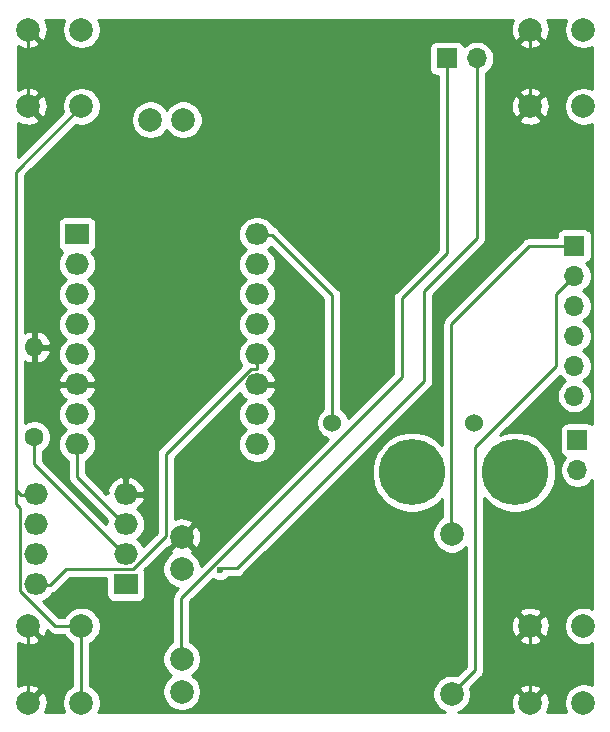
<source format=gbr>
G04 #@! TF.GenerationSoftware,KiCad,Pcbnew,5.1.5-52549c5~84~ubuntu18.04.1*
G04 #@! TF.CreationDate,2020-01-25T11:43:56+01:00*
G04 #@! TF.ProjectId,Nokolino,4e6f6b6f-6c69-46e6-9f2e-6b696361645f,3.0*
G04 #@! TF.SameCoordinates,Original*
G04 #@! TF.FileFunction,Copper,L1,Top*
G04 #@! TF.FilePolarity,Positive*
%FSLAX46Y46*%
G04 Gerber Fmt 4.6, Leading zero omitted, Abs format (unit mm)*
G04 Created by KiCad (PCBNEW 5.1.5-52549c5~84~ubuntu18.04.1) date 2020-01-25 11:43:56*
%MOMM*%
%LPD*%
G04 APERTURE LIST*
%ADD10C,2.000000*%
%ADD11O,2.000000X1.800000*%
%ADD12R,2.000000X1.800000*%
%ADD13C,1.524000*%
%ADD14C,5.600000*%
%ADD15O,1.700000X1.700000*%
%ADD16R,1.700000X1.700000*%
%ADD17C,1.600000*%
%ADD18O,1.600000X1.600000*%
%ADD19C,0.600000*%
%ADD20C,0.250000*%
%ADD21C,0.254000*%
G04 APERTURE END LIST*
D10*
X170599100Y-145249900D03*
X170599100Y-131737100D03*
X147739100Y-145046700D03*
X147739100Y-131940300D03*
X147739100Y-134683500D03*
X147739100Y-142303500D03*
D11*
X135382000Y-135953500D03*
X143002000Y-128333500D03*
X135382000Y-133413500D03*
X143002000Y-130873500D03*
X135382000Y-130873500D03*
X143002000Y-133413500D03*
X135382000Y-128333500D03*
D12*
X143002000Y-135953500D03*
D13*
X172500000Y-122300000D03*
X160500000Y-122300000D03*
D10*
X145094500Y-96639800D03*
X147869500Y-96639800D03*
D12*
X138874500Y-106349800D03*
D11*
X138874500Y-108889800D03*
X138874500Y-111429800D03*
X138874500Y-113969800D03*
X138874500Y-116509800D03*
X138874500Y-119049800D03*
X138874500Y-121589800D03*
X138874500Y-124129800D03*
X154114500Y-106349800D03*
X154114500Y-108889800D03*
X154114500Y-111429800D03*
X154114500Y-113969800D03*
X154114500Y-116509800D03*
X154114500Y-119049800D03*
X154114500Y-121589800D03*
X154114500Y-124129800D03*
D14*
X176000000Y-126500000D03*
X167250000Y-126500000D03*
D15*
X172720000Y-91440000D03*
D16*
X170180000Y-91440000D03*
D15*
X181250000Y-126290000D03*
D16*
X181250000Y-123750000D03*
D15*
X180975000Y-120015000D03*
X180975000Y-117475000D03*
X180975000Y-114935000D03*
X180975000Y-112395000D03*
X180975000Y-109855000D03*
D16*
X180975000Y-107315000D03*
D17*
X135250000Y-123500000D03*
D18*
X135250000Y-115880000D03*
D10*
X139250000Y-95500000D03*
X134750000Y-95500000D03*
X139250000Y-89000000D03*
X134750000Y-89000000D03*
X177250000Y-89000000D03*
X181750000Y-89000000D03*
X177250000Y-95500000D03*
X181750000Y-95500000D03*
X181750000Y-146000000D03*
X177250000Y-146000000D03*
X181750000Y-139500000D03*
X177250000Y-139500000D03*
X134750000Y-139500000D03*
X139250000Y-139500000D03*
X134750000Y-146000000D03*
X139250000Y-146000000D03*
D19*
X150983000Y-134760300D03*
D20*
X155370000Y-106360000D02*
X154120000Y-106360000D01*
X160500000Y-111490000D02*
X155370000Y-106360000D01*
X160500000Y-122300000D02*
X160500000Y-111490000D01*
X139250000Y-139500000D02*
X139250000Y-146000000D01*
X139250000Y-95500000D02*
X133710010Y-101039990D01*
X134130000Y-128380000D02*
X133710010Y-127960010D01*
X135380000Y-128380000D02*
X134130000Y-128380000D01*
X133710010Y-101039990D02*
X133710010Y-127360010D01*
X133710010Y-127960010D02*
X133710010Y-127360010D01*
X134054990Y-136507415D02*
X137047575Y-139500000D01*
X134054990Y-129605010D02*
X134054990Y-136507415D01*
X134054990Y-129524970D02*
X134054990Y-129605010D01*
X133710010Y-129179990D02*
X134054990Y-129524970D01*
X133710010Y-127360010D02*
X133710010Y-129179990D01*
X137047575Y-139500000D02*
X137835787Y-139500000D01*
X137835787Y-139500000D02*
X139250000Y-139500000D01*
X153583900Y-117745300D02*
X146390800Y-124938400D01*
X154120000Y-117745300D02*
X153583900Y-117745300D01*
X154120000Y-116520000D02*
X154120000Y-117745300D01*
X146390800Y-131901625D02*
X146390800Y-124938400D01*
X137944990Y-134685010D02*
X143607415Y-134685010D01*
X143607415Y-134685010D02*
X146390800Y-131901625D01*
X136630000Y-136000000D02*
X137944990Y-134685010D01*
X135380000Y-136000000D02*
X136630000Y-136000000D01*
X138880000Y-124140000D02*
X138880000Y-126110800D01*
X138880000Y-126900000D02*
X138880000Y-126110800D01*
X142900000Y-130920000D02*
X138880000Y-126900000D01*
X143000000Y-130920000D02*
X142900000Y-130920000D01*
X147720000Y-142310000D02*
X147720000Y-137110500D01*
X147720000Y-137110500D02*
X165735000Y-119095500D01*
X166370000Y-111760000D02*
X166370000Y-118460500D01*
X170180000Y-91440000D02*
X170180000Y-107950000D01*
X166370000Y-118460500D02*
X165735000Y-119095500D01*
X170180000Y-107950000D02*
X166370000Y-111760000D01*
X172720000Y-106680000D02*
X172720000Y-91440000D01*
X168275000Y-111125000D02*
X172720000Y-106680000D01*
X168275000Y-117468300D02*
X168275000Y-111125000D01*
X168275000Y-117468300D02*
X168275000Y-118745000D01*
X168275000Y-118745000D02*
X152400000Y-134620000D01*
X152400000Y-134620000D02*
X151130000Y-134620000D01*
X170580000Y-118980000D02*
X170580000Y-118661100D01*
X170580000Y-118980000D02*
X170580000Y-113900000D01*
X170580000Y-131743600D02*
X170580000Y-118980000D01*
X177165000Y-107315000D02*
X180975000Y-107315000D01*
X170580000Y-113900000D02*
X177165000Y-107315000D01*
X179435100Y-111394900D02*
X180975000Y-109855000D01*
X179435100Y-117526900D02*
X179435100Y-111394900D01*
X172582800Y-124379200D02*
X179435100Y-117526900D01*
X170580000Y-145256400D02*
X172582800Y-143253600D01*
X172582800Y-143253600D02*
X172582800Y-124379200D01*
X134750000Y-146000000D02*
X134750000Y-139500000D01*
X177250000Y-146000000D02*
X177250000Y-139500000D01*
X134750000Y-95500000D02*
X134750000Y-89000000D01*
X177250000Y-89000000D02*
X177250000Y-95500000D01*
X142900000Y-133460000D02*
X143000000Y-133460000D01*
X135250000Y-125810000D02*
X142900000Y-133460000D01*
X135250000Y-123500000D02*
X135250000Y-125810000D01*
D21*
G36*
X137801082Y-88225537D02*
G01*
X137677832Y-88523088D01*
X137615000Y-88838967D01*
X137615000Y-89161033D01*
X137677832Y-89476912D01*
X137801082Y-89774463D01*
X137980013Y-90042252D01*
X138207748Y-90269987D01*
X138475537Y-90448918D01*
X138773088Y-90572168D01*
X139088967Y-90635000D01*
X139411033Y-90635000D01*
X139726912Y-90572168D01*
X140024463Y-90448918D01*
X140292252Y-90269987D01*
X140519987Y-90042252D01*
X140698918Y-89774463D01*
X140822168Y-89476912D01*
X140885000Y-89161033D01*
X140885000Y-88838967D01*
X140822168Y-88523088D01*
X140698918Y-88225537D01*
X140688537Y-88210000D01*
X175816111Y-88210000D01*
X175709296Y-88429571D01*
X175627616Y-88741108D01*
X175608282Y-89062595D01*
X175652039Y-89381675D01*
X175757205Y-89686088D01*
X175850186Y-89860044D01*
X176114587Y-89955808D01*
X177070395Y-89000000D01*
X177056253Y-88985858D01*
X177235858Y-88806253D01*
X177250000Y-88820395D01*
X177264143Y-88806253D01*
X177443748Y-88985858D01*
X177429605Y-89000000D01*
X178385413Y-89955808D01*
X178649814Y-89860044D01*
X178790704Y-89570429D01*
X178872384Y-89258892D01*
X178891718Y-88937405D01*
X178847961Y-88618325D01*
X178742795Y-88313912D01*
X178687253Y-88210000D01*
X180311463Y-88210000D01*
X180301082Y-88225537D01*
X180177832Y-88523088D01*
X180115000Y-88838967D01*
X180115000Y-89161033D01*
X180177832Y-89476912D01*
X180301082Y-89774463D01*
X180480013Y-90042252D01*
X180707748Y-90269987D01*
X180975537Y-90448918D01*
X181273088Y-90572168D01*
X181588967Y-90635000D01*
X181911033Y-90635000D01*
X182226912Y-90572168D01*
X182490001Y-90463193D01*
X182490001Y-94036807D01*
X182226912Y-93927832D01*
X181911033Y-93865000D01*
X181588967Y-93865000D01*
X181273088Y-93927832D01*
X180975537Y-94051082D01*
X180707748Y-94230013D01*
X180480013Y-94457748D01*
X180301082Y-94725537D01*
X180177832Y-95023088D01*
X180115000Y-95338967D01*
X180115000Y-95661033D01*
X180177832Y-95976912D01*
X180301082Y-96274463D01*
X180480013Y-96542252D01*
X180707748Y-96769987D01*
X180975537Y-96948918D01*
X181273088Y-97072168D01*
X181588967Y-97135000D01*
X181911033Y-97135000D01*
X182226912Y-97072168D01*
X182490001Y-96963193D01*
X182490000Y-122398602D01*
X182454494Y-122369463D01*
X182344180Y-122310498D01*
X182224482Y-122274188D01*
X182100000Y-122261928D01*
X180400000Y-122261928D01*
X180275518Y-122274188D01*
X180155820Y-122310498D01*
X180045506Y-122369463D01*
X179948815Y-122448815D01*
X179869463Y-122545506D01*
X179810498Y-122655820D01*
X179774188Y-122775518D01*
X179761928Y-122900000D01*
X179761928Y-124600000D01*
X179774188Y-124724482D01*
X179810498Y-124844180D01*
X179869463Y-124954494D01*
X179948815Y-125051185D01*
X180045506Y-125130537D01*
X180155820Y-125189502D01*
X180228380Y-125211513D01*
X180096525Y-125343368D01*
X179934010Y-125586589D01*
X179822068Y-125856842D01*
X179765000Y-126143740D01*
X179765000Y-126436260D01*
X179822068Y-126723158D01*
X179934010Y-126993411D01*
X180096525Y-127236632D01*
X180303368Y-127443475D01*
X180546589Y-127605990D01*
X180816842Y-127717932D01*
X181103740Y-127775000D01*
X181396260Y-127775000D01*
X181683158Y-127717932D01*
X181953411Y-127605990D01*
X182196632Y-127443475D01*
X182403475Y-127236632D01*
X182490000Y-127107138D01*
X182490000Y-138036807D01*
X182226912Y-137927832D01*
X181911033Y-137865000D01*
X181588967Y-137865000D01*
X181273088Y-137927832D01*
X180975537Y-138051082D01*
X180707748Y-138230013D01*
X180480013Y-138457748D01*
X180301082Y-138725537D01*
X180177832Y-139023088D01*
X180115000Y-139338967D01*
X180115000Y-139661033D01*
X180177832Y-139976912D01*
X180301082Y-140274463D01*
X180480013Y-140542252D01*
X180707748Y-140769987D01*
X180975537Y-140948918D01*
X181273088Y-141072168D01*
X181588967Y-141135000D01*
X181911033Y-141135000D01*
X182226912Y-141072168D01*
X182490000Y-140963193D01*
X182490000Y-144536807D01*
X182226912Y-144427832D01*
X181911033Y-144365000D01*
X181588967Y-144365000D01*
X181273088Y-144427832D01*
X180975537Y-144551082D01*
X180707748Y-144730013D01*
X180480013Y-144957748D01*
X180301082Y-145225537D01*
X180177832Y-145523088D01*
X180115000Y-145838967D01*
X180115000Y-146161033D01*
X180177832Y-146476912D01*
X180301082Y-146774463D01*
X180311463Y-146790000D01*
X178683889Y-146790000D01*
X178790704Y-146570429D01*
X178872384Y-146258892D01*
X178891718Y-145937405D01*
X178847961Y-145618325D01*
X178742795Y-145313912D01*
X178649814Y-145139956D01*
X178385413Y-145044192D01*
X177429605Y-146000000D01*
X177443748Y-146014143D01*
X177264143Y-146193748D01*
X177250000Y-146179605D01*
X177235858Y-146193748D01*
X177056253Y-146014143D01*
X177070395Y-146000000D01*
X176114587Y-145044192D01*
X175850186Y-145139956D01*
X175709296Y-145429571D01*
X175627616Y-145741108D01*
X175608282Y-146062595D01*
X175652039Y-146381675D01*
X175757205Y-146686088D01*
X175812747Y-146790000D01*
X171153431Y-146790000D01*
X171373563Y-146698818D01*
X171641352Y-146519887D01*
X171869087Y-146292152D01*
X172048018Y-146024363D01*
X172171268Y-145726812D01*
X172234100Y-145410933D01*
X172234100Y-145088867D01*
X172189489Y-144864587D01*
X176294192Y-144864587D01*
X177250000Y-145820395D01*
X178205808Y-144864587D01*
X178110044Y-144600186D01*
X177820429Y-144459296D01*
X177508892Y-144377616D01*
X177187405Y-144358282D01*
X176868325Y-144402039D01*
X176563912Y-144507205D01*
X176389956Y-144600186D01*
X176294192Y-144864587D01*
X172189489Y-144864587D01*
X172171268Y-144772988D01*
X172161587Y-144749615D01*
X173093804Y-143817398D01*
X173122801Y-143793601D01*
X173156599Y-143752418D01*
X173217774Y-143677877D01*
X173288346Y-143545847D01*
X173288346Y-143545846D01*
X173331803Y-143402586D01*
X173342800Y-143290933D01*
X173342800Y-143290923D01*
X173346476Y-143253600D01*
X173342800Y-143216277D01*
X173342800Y-140635413D01*
X176294192Y-140635413D01*
X176389956Y-140899814D01*
X176679571Y-141040704D01*
X176991108Y-141122384D01*
X177312595Y-141141718D01*
X177631675Y-141097961D01*
X177936088Y-140992795D01*
X178110044Y-140899814D01*
X178205808Y-140635413D01*
X177250000Y-139679605D01*
X176294192Y-140635413D01*
X173342800Y-140635413D01*
X173342800Y-139562595D01*
X175608282Y-139562595D01*
X175652039Y-139881675D01*
X175757205Y-140186088D01*
X175850186Y-140360044D01*
X176114587Y-140455808D01*
X177070395Y-139500000D01*
X177429605Y-139500000D01*
X178385413Y-140455808D01*
X178649814Y-140360044D01*
X178790704Y-140070429D01*
X178872384Y-139758892D01*
X178891718Y-139437405D01*
X178847961Y-139118325D01*
X178742795Y-138813912D01*
X178649814Y-138639956D01*
X178385413Y-138544192D01*
X177429605Y-139500000D01*
X177070395Y-139500000D01*
X176114587Y-138544192D01*
X175850186Y-138639956D01*
X175709296Y-138929571D01*
X175627616Y-139241108D01*
X175608282Y-139562595D01*
X173342800Y-139562595D01*
X173342800Y-138364587D01*
X176294192Y-138364587D01*
X177250000Y-139320395D01*
X178205808Y-138364587D01*
X178110044Y-138100186D01*
X177820429Y-137959296D01*
X177508892Y-137877616D01*
X177187405Y-137858282D01*
X176868325Y-137902039D01*
X176563912Y-138007205D01*
X176389956Y-138100186D01*
X176294192Y-138364587D01*
X173342800Y-138364587D01*
X173342800Y-128700623D01*
X173810315Y-129168138D01*
X174372918Y-129544057D01*
X174998048Y-129802994D01*
X175661682Y-129935000D01*
X176338318Y-129935000D01*
X177001952Y-129802994D01*
X177627082Y-129544057D01*
X178189685Y-129168138D01*
X178668138Y-128689685D01*
X179044057Y-128127082D01*
X179302994Y-127501952D01*
X179435000Y-126838318D01*
X179435000Y-126161682D01*
X179302994Y-125498048D01*
X179044057Y-124872918D01*
X178668138Y-124310315D01*
X178189685Y-123831862D01*
X177627082Y-123455943D01*
X177001952Y-123197006D01*
X176338318Y-123065000D01*
X175661682Y-123065000D01*
X174998048Y-123197006D01*
X174727894Y-123308907D01*
X179738871Y-118297931D01*
X179821525Y-118421632D01*
X180028368Y-118628475D01*
X180202760Y-118745000D01*
X180028368Y-118861525D01*
X179821525Y-119068368D01*
X179659010Y-119311589D01*
X179547068Y-119581842D01*
X179490000Y-119868740D01*
X179490000Y-120161260D01*
X179547068Y-120448158D01*
X179659010Y-120718411D01*
X179821525Y-120961632D01*
X180028368Y-121168475D01*
X180271589Y-121330990D01*
X180541842Y-121442932D01*
X180828740Y-121500000D01*
X181121260Y-121500000D01*
X181408158Y-121442932D01*
X181678411Y-121330990D01*
X181921632Y-121168475D01*
X182128475Y-120961632D01*
X182290990Y-120718411D01*
X182402932Y-120448158D01*
X182460000Y-120161260D01*
X182460000Y-119868740D01*
X182402932Y-119581842D01*
X182290990Y-119311589D01*
X182128475Y-119068368D01*
X181921632Y-118861525D01*
X181747240Y-118745000D01*
X181921632Y-118628475D01*
X182128475Y-118421632D01*
X182290990Y-118178411D01*
X182402932Y-117908158D01*
X182460000Y-117621260D01*
X182460000Y-117328740D01*
X182402932Y-117041842D01*
X182290990Y-116771589D01*
X182128475Y-116528368D01*
X181921632Y-116321525D01*
X181747240Y-116205000D01*
X181921632Y-116088475D01*
X182128475Y-115881632D01*
X182290990Y-115638411D01*
X182402932Y-115368158D01*
X182460000Y-115081260D01*
X182460000Y-114788740D01*
X182402932Y-114501842D01*
X182290990Y-114231589D01*
X182128475Y-113988368D01*
X181921632Y-113781525D01*
X181747240Y-113665000D01*
X181921632Y-113548475D01*
X182128475Y-113341632D01*
X182290990Y-113098411D01*
X182402932Y-112828158D01*
X182460000Y-112541260D01*
X182460000Y-112248740D01*
X182402932Y-111961842D01*
X182290990Y-111691589D01*
X182128475Y-111448368D01*
X181921632Y-111241525D01*
X181747240Y-111125000D01*
X181921632Y-111008475D01*
X182128475Y-110801632D01*
X182290990Y-110558411D01*
X182402932Y-110288158D01*
X182460000Y-110001260D01*
X182460000Y-109708740D01*
X182402932Y-109421842D01*
X182290990Y-109151589D01*
X182128475Y-108908368D01*
X181996620Y-108776513D01*
X182069180Y-108754502D01*
X182179494Y-108695537D01*
X182276185Y-108616185D01*
X182355537Y-108519494D01*
X182414502Y-108409180D01*
X182450812Y-108289482D01*
X182463072Y-108165000D01*
X182463072Y-106465000D01*
X182450812Y-106340518D01*
X182414502Y-106220820D01*
X182355537Y-106110506D01*
X182276185Y-106013815D01*
X182179494Y-105934463D01*
X182069180Y-105875498D01*
X181949482Y-105839188D01*
X181825000Y-105826928D01*
X180125000Y-105826928D01*
X180000518Y-105839188D01*
X179880820Y-105875498D01*
X179770506Y-105934463D01*
X179673815Y-106013815D01*
X179594463Y-106110506D01*
X179535498Y-106220820D01*
X179499188Y-106340518D01*
X179486928Y-106465000D01*
X179486928Y-106555000D01*
X177202322Y-106555000D01*
X177164999Y-106551324D01*
X177127676Y-106555000D01*
X177127667Y-106555000D01*
X177016014Y-106565997D01*
X176872753Y-106609454D01*
X176740724Y-106680026D01*
X176624999Y-106774999D01*
X176601201Y-106803997D01*
X170068998Y-113336201D01*
X170040000Y-113359999D01*
X170016202Y-113388997D01*
X170016201Y-113388998D01*
X169945026Y-113475724D01*
X169874454Y-113607754D01*
X169830998Y-113751015D01*
X169816324Y-113900000D01*
X169820001Y-113937332D01*
X169820000Y-118623766D01*
X169820000Y-119017332D01*
X169820001Y-119017342D01*
X169820001Y-124212178D01*
X169439685Y-123831862D01*
X168877082Y-123455943D01*
X168251952Y-123197006D01*
X167588318Y-123065000D01*
X166911682Y-123065000D01*
X166248048Y-123197006D01*
X165622918Y-123455943D01*
X165060315Y-123831862D01*
X164581862Y-124310315D01*
X164205943Y-124872918D01*
X163947006Y-125498048D01*
X163815000Y-126161682D01*
X163815000Y-126838318D01*
X163947006Y-127501952D01*
X164205943Y-128127082D01*
X164581862Y-128689685D01*
X165060315Y-129168138D01*
X165622918Y-129544057D01*
X166248048Y-129802994D01*
X166911682Y-129935000D01*
X167588318Y-129935000D01*
X168251952Y-129802994D01*
X168877082Y-129544057D01*
X169439685Y-129168138D01*
X169820000Y-128787823D01*
X169820000Y-130291280D01*
X169556848Y-130467113D01*
X169329113Y-130694848D01*
X169150182Y-130962637D01*
X169026932Y-131260188D01*
X168964100Y-131576067D01*
X168964100Y-131898133D01*
X169026932Y-132214012D01*
X169150182Y-132511563D01*
X169329113Y-132779352D01*
X169556848Y-133007087D01*
X169824637Y-133186018D01*
X170122188Y-133309268D01*
X170438067Y-133372100D01*
X170760133Y-133372100D01*
X171076012Y-133309268D01*
X171373563Y-133186018D01*
X171641352Y-133007087D01*
X171822801Y-132825638D01*
X171822800Y-142938798D01*
X171081566Y-143680033D01*
X171076012Y-143677732D01*
X170760133Y-143614900D01*
X170438067Y-143614900D01*
X170122188Y-143677732D01*
X169824637Y-143800982D01*
X169556848Y-143979913D01*
X169329113Y-144207648D01*
X169150182Y-144475437D01*
X169026932Y-144772988D01*
X168964100Y-145088867D01*
X168964100Y-145410933D01*
X169026932Y-145726812D01*
X169150182Y-146024363D01*
X169329113Y-146292152D01*
X169556848Y-146519887D01*
X169824637Y-146698818D01*
X170044769Y-146790000D01*
X140688537Y-146790000D01*
X140698918Y-146774463D01*
X140822168Y-146476912D01*
X140885000Y-146161033D01*
X140885000Y-145838967D01*
X140822168Y-145523088D01*
X140698918Y-145225537D01*
X140519987Y-144957748D01*
X140292252Y-144730013D01*
X140024463Y-144551082D01*
X140010000Y-144545091D01*
X140010000Y-140954909D01*
X140024463Y-140948918D01*
X140292252Y-140769987D01*
X140519987Y-140542252D01*
X140698918Y-140274463D01*
X140822168Y-139976912D01*
X140885000Y-139661033D01*
X140885000Y-139338967D01*
X140822168Y-139023088D01*
X140698918Y-138725537D01*
X140519987Y-138457748D01*
X140292252Y-138230013D01*
X140024463Y-138051082D01*
X139726912Y-137927832D01*
X139411033Y-137865000D01*
X139088967Y-137865000D01*
X138773088Y-137927832D01*
X138475537Y-138051082D01*
X138207748Y-138230013D01*
X137980013Y-138457748D01*
X137801082Y-138725537D01*
X137795091Y-138740000D01*
X137362377Y-138740000D01*
X136017504Y-137395127D01*
X136072261Y-137378517D01*
X136338927Y-137235981D01*
X136572661Y-137044161D01*
X136764481Y-136810427D01*
X136800859Y-136742368D01*
X136922247Y-136705546D01*
X137054276Y-136634974D01*
X137170001Y-136540001D01*
X137193804Y-136510997D01*
X138259792Y-135445010D01*
X141363928Y-135445010D01*
X141363928Y-136853500D01*
X141376188Y-136977982D01*
X141412498Y-137097680D01*
X141471463Y-137207994D01*
X141550815Y-137304685D01*
X141647506Y-137384037D01*
X141757820Y-137443002D01*
X141877518Y-137479312D01*
X142002000Y-137491572D01*
X144002000Y-137491572D01*
X144126482Y-137479312D01*
X144246180Y-137443002D01*
X144356494Y-137384037D01*
X144453185Y-137304685D01*
X144532537Y-137207994D01*
X144591502Y-137097680D01*
X144627812Y-136977982D01*
X144640072Y-136853500D01*
X144640072Y-135053500D01*
X144627812Y-134929018D01*
X144591502Y-134809320D01*
X144579800Y-134787427D01*
X146506367Y-132860860D01*
X146603687Y-132896108D01*
X147559495Y-131940300D01*
X147918705Y-131940300D01*
X148874513Y-132896108D01*
X149138914Y-132800344D01*
X149279804Y-132510729D01*
X149361484Y-132199192D01*
X149380818Y-131877705D01*
X149337061Y-131558625D01*
X149231895Y-131254212D01*
X149138914Y-131080256D01*
X148874513Y-130984492D01*
X147918705Y-131940300D01*
X147559495Y-131940300D01*
X147545353Y-131926158D01*
X147724958Y-131746553D01*
X147739100Y-131760695D01*
X148694908Y-130804887D01*
X148599144Y-130540486D01*
X148309529Y-130399596D01*
X147997992Y-130317916D01*
X147676505Y-130298582D01*
X147357425Y-130342339D01*
X147150800Y-130413722D01*
X147150800Y-125253201D01*
X152655701Y-119748301D01*
X152757691Y-119929551D01*
X152953471Y-120157838D01*
X153150879Y-120312812D01*
X152923839Y-120499139D01*
X152732019Y-120732873D01*
X152589483Y-120999539D01*
X152501710Y-121288887D01*
X152472073Y-121589800D01*
X152501710Y-121890713D01*
X152589483Y-122180061D01*
X152732019Y-122446727D01*
X152923839Y-122680461D01*
X153142365Y-122859800D01*
X152923839Y-123039139D01*
X152732019Y-123272873D01*
X152589483Y-123539539D01*
X152501710Y-123828887D01*
X152472073Y-124129800D01*
X152501710Y-124430713D01*
X152589483Y-124720061D01*
X152732019Y-124986727D01*
X152923839Y-125220461D01*
X153157573Y-125412281D01*
X153424239Y-125554817D01*
X153713587Y-125642590D01*
X153939092Y-125664800D01*
X154289908Y-125664800D01*
X154515413Y-125642590D01*
X154804761Y-125554817D01*
X155071427Y-125412281D01*
X155305161Y-125220461D01*
X155496981Y-124986727D01*
X155639517Y-124720061D01*
X155727290Y-124430713D01*
X155756927Y-124129800D01*
X155727290Y-123828887D01*
X155639517Y-123539539D01*
X155496981Y-123272873D01*
X155305161Y-123039139D01*
X155086635Y-122859800D01*
X155305161Y-122680461D01*
X155496981Y-122446727D01*
X155639517Y-122180061D01*
X155727290Y-121890713D01*
X155756927Y-121589800D01*
X155727290Y-121288887D01*
X155639517Y-120999539D01*
X155496981Y-120732873D01*
X155305161Y-120499139D01*
X155078121Y-120312812D01*
X155275529Y-120157838D01*
X155471309Y-119929551D01*
X155618791Y-119667456D01*
X155705536Y-119414540D01*
X155584878Y-119176800D01*
X154241500Y-119176800D01*
X154241500Y-119196800D01*
X153987500Y-119196800D01*
X153987500Y-119176800D01*
X153967500Y-119176800D01*
X153967500Y-118922800D01*
X153987500Y-118922800D01*
X153987500Y-118902800D01*
X154241500Y-118902800D01*
X154241500Y-118922800D01*
X155584878Y-118922800D01*
X155705536Y-118685060D01*
X155618791Y-118432144D01*
X155471309Y-118170049D01*
X155275529Y-117941762D01*
X155078121Y-117786788D01*
X155305161Y-117600461D01*
X155496981Y-117366727D01*
X155639517Y-117100061D01*
X155727290Y-116810713D01*
X155756927Y-116509800D01*
X155727290Y-116208887D01*
X155639517Y-115919539D01*
X155496981Y-115652873D01*
X155305161Y-115419139D01*
X155086635Y-115239800D01*
X155305161Y-115060461D01*
X155496981Y-114826727D01*
X155639517Y-114560061D01*
X155727290Y-114270713D01*
X155756927Y-113969800D01*
X155727290Y-113668887D01*
X155639517Y-113379539D01*
X155496981Y-113112873D01*
X155305161Y-112879139D01*
X155086635Y-112699800D01*
X155305161Y-112520461D01*
X155496981Y-112286727D01*
X155639517Y-112020061D01*
X155727290Y-111730713D01*
X155756927Y-111429800D01*
X155727290Y-111128887D01*
X155639517Y-110839539D01*
X155496981Y-110572873D01*
X155305161Y-110339139D01*
X155086635Y-110159800D01*
X155305161Y-109980461D01*
X155496981Y-109746727D01*
X155639517Y-109480061D01*
X155727290Y-109190713D01*
X155756927Y-108889800D01*
X155727290Y-108588887D01*
X155639517Y-108299539D01*
X155496981Y-108032873D01*
X155305161Y-107799139D01*
X155086635Y-107619800D01*
X155305161Y-107440461D01*
X155336939Y-107401740D01*
X159740001Y-111804803D01*
X159740000Y-121127659D01*
X159609465Y-121214880D01*
X159414880Y-121409465D01*
X159261995Y-121638273D01*
X159156686Y-121892510D01*
X159103000Y-122162408D01*
X159103000Y-122437592D01*
X159156686Y-122707490D01*
X159261995Y-122961727D01*
X159414880Y-123190535D01*
X159609465Y-123385120D01*
X159838273Y-123538005D01*
X160092510Y-123643314D01*
X160109087Y-123646611D01*
X149350729Y-134404970D01*
X149311268Y-134206588D01*
X149188018Y-133909037D01*
X149009087Y-133641248D01*
X148781352Y-133413513D01*
X148613243Y-133301186D01*
X148694908Y-133075713D01*
X147739100Y-132119905D01*
X146783292Y-133075713D01*
X146864957Y-133301186D01*
X146696848Y-133413513D01*
X146469113Y-133641248D01*
X146290182Y-133909037D01*
X146166932Y-134206588D01*
X146104100Y-134522467D01*
X146104100Y-134844533D01*
X146166932Y-135160412D01*
X146290182Y-135457963D01*
X146469113Y-135725752D01*
X146696848Y-135953487D01*
X146964637Y-136132418D01*
X147262188Y-136255668D01*
X147460570Y-136295129D01*
X147208998Y-136546701D01*
X147180000Y-136570499D01*
X147156202Y-136599497D01*
X147156201Y-136599498D01*
X147085026Y-136686224D01*
X147014454Y-136818254D01*
X147003763Y-136853500D01*
X146970998Y-136961514D01*
X146962858Y-137044161D01*
X146956324Y-137110500D01*
X146960001Y-137147832D01*
X146960000Y-140857680D01*
X146696848Y-141033513D01*
X146469113Y-141261248D01*
X146290182Y-141529037D01*
X146166932Y-141826588D01*
X146104100Y-142142467D01*
X146104100Y-142464533D01*
X146166932Y-142780412D01*
X146290182Y-143077963D01*
X146469113Y-143345752D01*
X146696848Y-143573487D01*
X146848923Y-143675100D01*
X146696848Y-143776713D01*
X146469113Y-144004448D01*
X146290182Y-144272237D01*
X146166932Y-144569788D01*
X146104100Y-144885667D01*
X146104100Y-145207733D01*
X146166932Y-145523612D01*
X146290182Y-145821163D01*
X146469113Y-146088952D01*
X146696848Y-146316687D01*
X146964637Y-146495618D01*
X147262188Y-146618868D01*
X147578067Y-146681700D01*
X147900133Y-146681700D01*
X148216012Y-146618868D01*
X148513563Y-146495618D01*
X148781352Y-146316687D01*
X149009087Y-146088952D01*
X149188018Y-145821163D01*
X149311268Y-145523612D01*
X149374100Y-145207733D01*
X149374100Y-144885667D01*
X149311268Y-144569788D01*
X149188018Y-144272237D01*
X149009087Y-144004448D01*
X148781352Y-143776713D01*
X148629277Y-143675100D01*
X148781352Y-143573487D01*
X149009087Y-143345752D01*
X149188018Y-143077963D01*
X149311268Y-142780412D01*
X149374100Y-142464533D01*
X149374100Y-142142467D01*
X149311268Y-141826588D01*
X149188018Y-141529037D01*
X149009087Y-141261248D01*
X148781352Y-141033513D01*
X148513563Y-140854582D01*
X148480000Y-140840680D01*
X148480000Y-137425301D01*
X150406015Y-135499286D01*
X150540111Y-135588886D01*
X150710271Y-135659368D01*
X150890911Y-135695300D01*
X151075089Y-135695300D01*
X151255729Y-135659368D01*
X151425889Y-135588886D01*
X151579028Y-135486562D01*
X151685590Y-135380000D01*
X152362678Y-135380000D01*
X152400000Y-135383676D01*
X152437322Y-135380000D01*
X152437333Y-135380000D01*
X152548986Y-135369003D01*
X152692247Y-135325546D01*
X152824276Y-135254974D01*
X152940001Y-135160001D01*
X152963804Y-135130997D01*
X168786003Y-119308799D01*
X168815001Y-119285001D01*
X168909974Y-119169276D01*
X168980546Y-119037247D01*
X169024003Y-118893986D01*
X169035000Y-118782333D01*
X169035000Y-118782324D01*
X169038676Y-118745001D01*
X169035000Y-118707678D01*
X169035000Y-111439801D01*
X173231004Y-107243798D01*
X173260001Y-107220001D01*
X173354974Y-107104276D01*
X173425546Y-106972247D01*
X173469003Y-106828986D01*
X173480000Y-106717333D01*
X173480000Y-106717324D01*
X173483676Y-106680001D01*
X173480000Y-106642678D01*
X173480000Y-96635413D01*
X176294192Y-96635413D01*
X176389956Y-96899814D01*
X176679571Y-97040704D01*
X176991108Y-97122384D01*
X177312595Y-97141718D01*
X177631675Y-97097961D01*
X177936088Y-96992795D01*
X178110044Y-96899814D01*
X178205808Y-96635413D01*
X177250000Y-95679605D01*
X176294192Y-96635413D01*
X173480000Y-96635413D01*
X173480000Y-95562595D01*
X175608282Y-95562595D01*
X175652039Y-95881675D01*
X175757205Y-96186088D01*
X175850186Y-96360044D01*
X176114587Y-96455808D01*
X177070395Y-95500000D01*
X177429605Y-95500000D01*
X178385413Y-96455808D01*
X178649814Y-96360044D01*
X178790704Y-96070429D01*
X178872384Y-95758892D01*
X178891718Y-95437405D01*
X178847961Y-95118325D01*
X178742795Y-94813912D01*
X178649814Y-94639956D01*
X178385413Y-94544192D01*
X177429605Y-95500000D01*
X177070395Y-95500000D01*
X176114587Y-94544192D01*
X175850186Y-94639956D01*
X175709296Y-94929571D01*
X175627616Y-95241108D01*
X175608282Y-95562595D01*
X173480000Y-95562595D01*
X173480000Y-94364587D01*
X176294192Y-94364587D01*
X177250000Y-95320395D01*
X178205808Y-94364587D01*
X178110044Y-94100186D01*
X177820429Y-93959296D01*
X177508892Y-93877616D01*
X177187405Y-93858282D01*
X176868325Y-93902039D01*
X176563912Y-94007205D01*
X176389956Y-94100186D01*
X176294192Y-94364587D01*
X173480000Y-94364587D01*
X173480000Y-92718178D01*
X173666632Y-92593475D01*
X173873475Y-92386632D01*
X174035990Y-92143411D01*
X174147932Y-91873158D01*
X174205000Y-91586260D01*
X174205000Y-91293740D01*
X174147932Y-91006842D01*
X174035990Y-90736589D01*
X173873475Y-90493368D01*
X173666632Y-90286525D01*
X173440477Y-90135413D01*
X176294192Y-90135413D01*
X176389956Y-90399814D01*
X176679571Y-90540704D01*
X176991108Y-90622384D01*
X177312595Y-90641718D01*
X177631675Y-90597961D01*
X177936088Y-90492795D01*
X178110044Y-90399814D01*
X178205808Y-90135413D01*
X177250000Y-89179605D01*
X176294192Y-90135413D01*
X173440477Y-90135413D01*
X173423411Y-90124010D01*
X173153158Y-90012068D01*
X172866260Y-89955000D01*
X172573740Y-89955000D01*
X172286842Y-90012068D01*
X172016589Y-90124010D01*
X171773368Y-90286525D01*
X171641513Y-90418380D01*
X171619502Y-90345820D01*
X171560537Y-90235506D01*
X171481185Y-90138815D01*
X171384494Y-90059463D01*
X171274180Y-90000498D01*
X171154482Y-89964188D01*
X171030000Y-89951928D01*
X169330000Y-89951928D01*
X169205518Y-89964188D01*
X169085820Y-90000498D01*
X168975506Y-90059463D01*
X168878815Y-90138815D01*
X168799463Y-90235506D01*
X168740498Y-90345820D01*
X168704188Y-90465518D01*
X168691928Y-90590000D01*
X168691928Y-92290000D01*
X168704188Y-92414482D01*
X168740498Y-92534180D01*
X168799463Y-92644494D01*
X168878815Y-92741185D01*
X168975506Y-92820537D01*
X169085820Y-92879502D01*
X169205518Y-92915812D01*
X169330000Y-92928072D01*
X169420000Y-92928072D01*
X169420001Y-107635197D01*
X165859003Y-111196196D01*
X165829999Y-111219999D01*
X165785694Y-111273985D01*
X165735026Y-111335724D01*
X165723351Y-111357567D01*
X165664454Y-111467754D01*
X165620997Y-111611015D01*
X165610000Y-111722668D01*
X165610000Y-111722678D01*
X165606324Y-111760000D01*
X165610000Y-111797323D01*
X165610001Y-118145697D01*
X165224002Y-118531697D01*
X165223997Y-118531701D01*
X161846611Y-121909087D01*
X161843314Y-121892510D01*
X161738005Y-121638273D01*
X161585120Y-121409465D01*
X161390535Y-121214880D01*
X161260000Y-121127659D01*
X161260000Y-111527333D01*
X161263677Y-111490000D01*
X161249003Y-111341014D01*
X161205546Y-111197753D01*
X161134974Y-111065724D01*
X161063799Y-110978997D01*
X161040001Y-110949999D01*
X161011003Y-110926201D01*
X155933804Y-105849003D01*
X155910001Y-105819999D01*
X155794276Y-105725026D01*
X155662247Y-105654454D01*
X155568080Y-105625889D01*
X155496981Y-105492873D01*
X155305161Y-105259139D01*
X155071427Y-105067319D01*
X154804761Y-104924783D01*
X154515413Y-104837010D01*
X154289908Y-104814800D01*
X153939092Y-104814800D01*
X153713587Y-104837010D01*
X153424239Y-104924783D01*
X153157573Y-105067319D01*
X152923839Y-105259139D01*
X152732019Y-105492873D01*
X152589483Y-105759539D01*
X152501710Y-106048887D01*
X152472073Y-106349800D01*
X152501710Y-106650713D01*
X152589483Y-106940061D01*
X152732019Y-107206727D01*
X152923839Y-107440461D01*
X153142365Y-107619800D01*
X152923839Y-107799139D01*
X152732019Y-108032873D01*
X152589483Y-108299539D01*
X152501710Y-108588887D01*
X152472073Y-108889800D01*
X152501710Y-109190713D01*
X152589483Y-109480061D01*
X152732019Y-109746727D01*
X152923839Y-109980461D01*
X153142365Y-110159800D01*
X152923839Y-110339139D01*
X152732019Y-110572873D01*
X152589483Y-110839539D01*
X152501710Y-111128887D01*
X152472073Y-111429800D01*
X152501710Y-111730713D01*
X152589483Y-112020061D01*
X152732019Y-112286727D01*
X152923839Y-112520461D01*
X153142365Y-112699800D01*
X152923839Y-112879139D01*
X152732019Y-113112873D01*
X152589483Y-113379539D01*
X152501710Y-113668887D01*
X152472073Y-113969800D01*
X152501710Y-114270713D01*
X152589483Y-114560061D01*
X152732019Y-114826727D01*
X152923839Y-115060461D01*
X153142365Y-115239800D01*
X152923839Y-115419139D01*
X152732019Y-115652873D01*
X152589483Y-115919539D01*
X152501710Y-116208887D01*
X152472073Y-116509800D01*
X152501710Y-116810713D01*
X152589483Y-117100061D01*
X152732019Y-117366727D01*
X152802180Y-117452218D01*
X145879798Y-124374601D01*
X145850800Y-124398399D01*
X145827002Y-124427397D01*
X145827001Y-124427398D01*
X145755826Y-124514124D01*
X145685254Y-124646154D01*
X145654980Y-124745958D01*
X145641798Y-124789414D01*
X145632890Y-124879853D01*
X145627124Y-124938400D01*
X145630801Y-124975732D01*
X145630800Y-131586823D01*
X144480818Y-132736806D01*
X144384481Y-132556573D01*
X144192661Y-132322839D01*
X143974135Y-132143500D01*
X144192661Y-131964161D01*
X144384481Y-131730427D01*
X144527017Y-131463761D01*
X144614790Y-131174413D01*
X144644427Y-130873500D01*
X144614790Y-130572587D01*
X144527017Y-130283239D01*
X144384481Y-130016573D01*
X144192661Y-129782839D01*
X143965621Y-129596512D01*
X144163029Y-129441538D01*
X144358809Y-129213251D01*
X144506291Y-128951156D01*
X144593036Y-128698240D01*
X144472378Y-128460500D01*
X143129000Y-128460500D01*
X143129000Y-128480500D01*
X142875000Y-128480500D01*
X142875000Y-128460500D01*
X142855000Y-128460500D01*
X142855000Y-128206500D01*
X142875000Y-128206500D01*
X142875000Y-126958366D01*
X143129000Y-126958366D01*
X143129000Y-128206500D01*
X144472378Y-128206500D01*
X144593036Y-127968760D01*
X144506291Y-127715844D01*
X144358809Y-127453749D01*
X144163029Y-127225462D01*
X143926474Y-127039756D01*
X143658235Y-126903768D01*
X143368620Y-126822724D01*
X143129000Y-126958366D01*
X142875000Y-126958366D01*
X142635380Y-126822724D01*
X142345765Y-126903768D01*
X142077526Y-127039756D01*
X141840971Y-127225462D01*
X141645191Y-127453749D01*
X141497709Y-127715844D01*
X141410964Y-127968760D01*
X141531621Y-128206498D01*
X141367000Y-128206498D01*
X141367000Y-128312198D01*
X139640000Y-126585199D01*
X139640000Y-125514601D01*
X139831427Y-125412281D01*
X140065161Y-125220461D01*
X140256981Y-124986727D01*
X140399517Y-124720061D01*
X140487290Y-124430713D01*
X140516927Y-124129800D01*
X140487290Y-123828887D01*
X140399517Y-123539539D01*
X140256981Y-123272873D01*
X140065161Y-123039139D01*
X139846635Y-122859800D01*
X140065161Y-122680461D01*
X140256981Y-122446727D01*
X140399517Y-122180061D01*
X140487290Y-121890713D01*
X140516927Y-121589800D01*
X140487290Y-121288887D01*
X140399517Y-120999539D01*
X140256981Y-120732873D01*
X140065161Y-120499139D01*
X139838121Y-120312812D01*
X140035529Y-120157838D01*
X140231309Y-119929551D01*
X140378791Y-119667456D01*
X140465536Y-119414540D01*
X140344878Y-119176800D01*
X139001500Y-119176800D01*
X139001500Y-119196800D01*
X138747500Y-119196800D01*
X138747500Y-119176800D01*
X137404122Y-119176800D01*
X137283464Y-119414540D01*
X137370209Y-119667456D01*
X137517691Y-119929551D01*
X137713471Y-120157838D01*
X137910879Y-120312812D01*
X137683839Y-120499139D01*
X137492019Y-120732873D01*
X137349483Y-120999539D01*
X137261710Y-121288887D01*
X137232073Y-121589800D01*
X137261710Y-121890713D01*
X137349483Y-122180061D01*
X137492019Y-122446727D01*
X137683839Y-122680461D01*
X137902365Y-122859800D01*
X137683839Y-123039139D01*
X137492019Y-123272873D01*
X137349483Y-123539539D01*
X137261710Y-123828887D01*
X137232073Y-124129800D01*
X137261710Y-124430713D01*
X137349483Y-124720061D01*
X137492019Y-124986727D01*
X137683839Y-125220461D01*
X137917573Y-125412281D01*
X138120001Y-125520481D01*
X138120001Y-126073457D01*
X138120000Y-126073467D01*
X138120000Y-126862678D01*
X138116324Y-126900000D01*
X138120000Y-126937322D01*
X138120000Y-126937332D01*
X138130997Y-127048985D01*
X138174454Y-127192246D01*
X138245026Y-127324276D01*
X138284871Y-127372826D01*
X138339999Y-127440001D01*
X138369003Y-127463804D01*
X141409825Y-130504627D01*
X141389210Y-130572587D01*
X141362149Y-130847347D01*
X136010000Y-125495199D01*
X136010000Y-124718043D01*
X136164759Y-124614637D01*
X136364637Y-124414759D01*
X136521680Y-124179727D01*
X136629853Y-123918574D01*
X136685000Y-123641335D01*
X136685000Y-123358665D01*
X136629853Y-123081426D01*
X136521680Y-122820273D01*
X136364637Y-122585241D01*
X136164759Y-122385363D01*
X135929727Y-122228320D01*
X135668574Y-122120147D01*
X135391335Y-122065000D01*
X135108665Y-122065000D01*
X134831426Y-122120147D01*
X134570273Y-122228320D01*
X134470010Y-122295313D01*
X134470010Y-117079482D01*
X134512580Y-117111037D01*
X134766913Y-117231246D01*
X134900961Y-117271904D01*
X135123000Y-117149915D01*
X135123000Y-116007000D01*
X135377000Y-116007000D01*
X135377000Y-117149915D01*
X135599039Y-117271904D01*
X135733087Y-117231246D01*
X135987420Y-117111037D01*
X136213414Y-116943519D01*
X136402385Y-116735131D01*
X136547070Y-116493881D01*
X136641909Y-116229040D01*
X136520624Y-116007000D01*
X135377000Y-116007000D01*
X135123000Y-116007000D01*
X135103000Y-116007000D01*
X135103000Y-115753000D01*
X135123000Y-115753000D01*
X135123000Y-114610085D01*
X135377000Y-114610085D01*
X135377000Y-115753000D01*
X136520624Y-115753000D01*
X136641909Y-115530960D01*
X136547070Y-115266119D01*
X136402385Y-115024869D01*
X136213414Y-114816481D01*
X135987420Y-114648963D01*
X135733087Y-114528754D01*
X135599039Y-114488096D01*
X135377000Y-114610085D01*
X135123000Y-114610085D01*
X134900961Y-114488096D01*
X134766913Y-114528754D01*
X134512580Y-114648963D01*
X134470010Y-114680518D01*
X134470010Y-108889800D01*
X137232073Y-108889800D01*
X137261710Y-109190713D01*
X137349483Y-109480061D01*
X137492019Y-109746727D01*
X137683839Y-109980461D01*
X137902365Y-110159800D01*
X137683839Y-110339139D01*
X137492019Y-110572873D01*
X137349483Y-110839539D01*
X137261710Y-111128887D01*
X137232073Y-111429800D01*
X137261710Y-111730713D01*
X137349483Y-112020061D01*
X137492019Y-112286727D01*
X137683839Y-112520461D01*
X137902365Y-112699800D01*
X137683839Y-112879139D01*
X137492019Y-113112873D01*
X137349483Y-113379539D01*
X137261710Y-113668887D01*
X137232073Y-113969800D01*
X137261710Y-114270713D01*
X137349483Y-114560061D01*
X137492019Y-114826727D01*
X137683839Y-115060461D01*
X137902365Y-115239800D01*
X137683839Y-115419139D01*
X137492019Y-115652873D01*
X137349483Y-115919539D01*
X137261710Y-116208887D01*
X137232073Y-116509800D01*
X137261710Y-116810713D01*
X137349483Y-117100061D01*
X137492019Y-117366727D01*
X137683839Y-117600461D01*
X137910879Y-117786788D01*
X137713471Y-117941762D01*
X137517691Y-118170049D01*
X137370209Y-118432144D01*
X137283464Y-118685060D01*
X137404122Y-118922800D01*
X138747500Y-118922800D01*
X138747500Y-118902800D01*
X139001500Y-118902800D01*
X139001500Y-118922800D01*
X140344878Y-118922800D01*
X140465536Y-118685060D01*
X140378791Y-118432144D01*
X140231309Y-118170049D01*
X140035529Y-117941762D01*
X139838121Y-117786788D01*
X140065161Y-117600461D01*
X140256981Y-117366727D01*
X140399517Y-117100061D01*
X140487290Y-116810713D01*
X140516927Y-116509800D01*
X140487290Y-116208887D01*
X140399517Y-115919539D01*
X140256981Y-115652873D01*
X140065161Y-115419139D01*
X139846635Y-115239800D01*
X140065161Y-115060461D01*
X140256981Y-114826727D01*
X140399517Y-114560061D01*
X140487290Y-114270713D01*
X140516927Y-113969800D01*
X140487290Y-113668887D01*
X140399517Y-113379539D01*
X140256981Y-113112873D01*
X140065161Y-112879139D01*
X139846635Y-112699800D01*
X140065161Y-112520461D01*
X140256981Y-112286727D01*
X140399517Y-112020061D01*
X140487290Y-111730713D01*
X140516927Y-111429800D01*
X140487290Y-111128887D01*
X140399517Y-110839539D01*
X140256981Y-110572873D01*
X140065161Y-110339139D01*
X139846635Y-110159800D01*
X140065161Y-109980461D01*
X140256981Y-109746727D01*
X140399517Y-109480061D01*
X140487290Y-109190713D01*
X140516927Y-108889800D01*
X140487290Y-108588887D01*
X140399517Y-108299539D01*
X140256981Y-108032873D01*
X140102220Y-107844295D01*
X140118680Y-107839302D01*
X140228994Y-107780337D01*
X140325685Y-107700985D01*
X140405037Y-107604294D01*
X140464002Y-107493980D01*
X140500312Y-107374282D01*
X140512572Y-107249800D01*
X140512572Y-105449800D01*
X140500312Y-105325318D01*
X140464002Y-105205620D01*
X140405037Y-105095306D01*
X140325685Y-104998615D01*
X140228994Y-104919263D01*
X140118680Y-104860298D01*
X139998982Y-104823988D01*
X139874500Y-104811728D01*
X137874500Y-104811728D01*
X137750018Y-104823988D01*
X137630320Y-104860298D01*
X137520006Y-104919263D01*
X137423315Y-104998615D01*
X137343963Y-105095306D01*
X137284998Y-105205620D01*
X137248688Y-105325318D01*
X137236428Y-105449800D01*
X137236428Y-107249800D01*
X137248688Y-107374282D01*
X137284998Y-107493980D01*
X137343963Y-107604294D01*
X137423315Y-107700985D01*
X137520006Y-107780337D01*
X137630320Y-107839302D01*
X137646780Y-107844295D01*
X137492019Y-108032873D01*
X137349483Y-108299539D01*
X137261710Y-108588887D01*
X137232073Y-108889800D01*
X134470010Y-108889800D01*
X134470010Y-101354791D01*
X138758625Y-97066177D01*
X138773088Y-97072168D01*
X139088967Y-97135000D01*
X139411033Y-97135000D01*
X139726912Y-97072168D01*
X140024463Y-96948918D01*
X140292252Y-96769987D01*
X140519987Y-96542252D01*
X140562406Y-96478767D01*
X143459500Y-96478767D01*
X143459500Y-96800833D01*
X143522332Y-97116712D01*
X143645582Y-97414263D01*
X143824513Y-97682052D01*
X144052248Y-97909787D01*
X144320037Y-98088718D01*
X144617588Y-98211968D01*
X144933467Y-98274800D01*
X145255533Y-98274800D01*
X145571412Y-98211968D01*
X145868963Y-98088718D01*
X146136752Y-97909787D01*
X146364487Y-97682052D01*
X146482000Y-97506181D01*
X146599513Y-97682052D01*
X146827248Y-97909787D01*
X147095037Y-98088718D01*
X147392588Y-98211968D01*
X147708467Y-98274800D01*
X148030533Y-98274800D01*
X148346412Y-98211968D01*
X148643963Y-98088718D01*
X148911752Y-97909787D01*
X149139487Y-97682052D01*
X149318418Y-97414263D01*
X149441668Y-97116712D01*
X149504500Y-96800833D01*
X149504500Y-96478767D01*
X149441668Y-96162888D01*
X149318418Y-95865337D01*
X149139487Y-95597548D01*
X148911752Y-95369813D01*
X148643963Y-95190882D01*
X148346412Y-95067632D01*
X148030533Y-95004800D01*
X147708467Y-95004800D01*
X147392588Y-95067632D01*
X147095037Y-95190882D01*
X146827248Y-95369813D01*
X146599513Y-95597548D01*
X146482000Y-95773419D01*
X146364487Y-95597548D01*
X146136752Y-95369813D01*
X145868963Y-95190882D01*
X145571412Y-95067632D01*
X145255533Y-95004800D01*
X144933467Y-95004800D01*
X144617588Y-95067632D01*
X144320037Y-95190882D01*
X144052248Y-95369813D01*
X143824513Y-95597548D01*
X143645582Y-95865337D01*
X143522332Y-96162888D01*
X143459500Y-96478767D01*
X140562406Y-96478767D01*
X140698918Y-96274463D01*
X140822168Y-95976912D01*
X140885000Y-95661033D01*
X140885000Y-95338967D01*
X140822168Y-95023088D01*
X140698918Y-94725537D01*
X140519987Y-94457748D01*
X140292252Y-94230013D01*
X140024463Y-94051082D01*
X139726912Y-93927832D01*
X139411033Y-93865000D01*
X139088967Y-93865000D01*
X138773088Y-93927832D01*
X138475537Y-94051082D01*
X138207748Y-94230013D01*
X137980013Y-94457748D01*
X137801082Y-94725537D01*
X137677832Y-95023088D01*
X137615000Y-95338967D01*
X137615000Y-95661033D01*
X137677832Y-95976912D01*
X137683823Y-95991375D01*
X133910000Y-99765199D01*
X133910000Y-96909565D01*
X134179571Y-97040704D01*
X134491108Y-97122384D01*
X134812595Y-97141718D01*
X135131675Y-97097961D01*
X135436088Y-96992795D01*
X135610044Y-96899814D01*
X135705808Y-96635413D01*
X134750000Y-95679605D01*
X134735858Y-95693748D01*
X134556253Y-95514143D01*
X134570395Y-95500000D01*
X134929605Y-95500000D01*
X135885413Y-96455808D01*
X136149814Y-96360044D01*
X136290704Y-96070429D01*
X136372384Y-95758892D01*
X136391718Y-95437405D01*
X136347961Y-95118325D01*
X136242795Y-94813912D01*
X136149814Y-94639956D01*
X135885413Y-94544192D01*
X134929605Y-95500000D01*
X134570395Y-95500000D01*
X134556253Y-95485858D01*
X134735858Y-95306253D01*
X134750000Y-95320395D01*
X135705808Y-94364587D01*
X135610044Y-94100186D01*
X135320429Y-93959296D01*
X135008892Y-93877616D01*
X134687405Y-93858282D01*
X134368325Y-93902039D01*
X134063912Y-94007205D01*
X133910000Y-94089472D01*
X133910000Y-90409565D01*
X134179571Y-90540704D01*
X134491108Y-90622384D01*
X134812595Y-90641718D01*
X135131675Y-90597961D01*
X135436088Y-90492795D01*
X135610044Y-90399814D01*
X135705808Y-90135413D01*
X134750000Y-89179605D01*
X134735858Y-89193748D01*
X134556253Y-89014143D01*
X134570395Y-89000000D01*
X134556253Y-88985858D01*
X134735858Y-88806253D01*
X134750000Y-88820395D01*
X134764143Y-88806253D01*
X134943748Y-88985858D01*
X134929605Y-89000000D01*
X135885413Y-89955808D01*
X136149814Y-89860044D01*
X136290704Y-89570429D01*
X136372384Y-89258892D01*
X136391718Y-88937405D01*
X136347961Y-88618325D01*
X136242795Y-88313912D01*
X136187253Y-88210000D01*
X137811463Y-88210000D01*
X137801082Y-88225537D01*
G37*
X137801082Y-88225537D02*
X137677832Y-88523088D01*
X137615000Y-88838967D01*
X137615000Y-89161033D01*
X137677832Y-89476912D01*
X137801082Y-89774463D01*
X137980013Y-90042252D01*
X138207748Y-90269987D01*
X138475537Y-90448918D01*
X138773088Y-90572168D01*
X139088967Y-90635000D01*
X139411033Y-90635000D01*
X139726912Y-90572168D01*
X140024463Y-90448918D01*
X140292252Y-90269987D01*
X140519987Y-90042252D01*
X140698918Y-89774463D01*
X140822168Y-89476912D01*
X140885000Y-89161033D01*
X140885000Y-88838967D01*
X140822168Y-88523088D01*
X140698918Y-88225537D01*
X140688537Y-88210000D01*
X175816111Y-88210000D01*
X175709296Y-88429571D01*
X175627616Y-88741108D01*
X175608282Y-89062595D01*
X175652039Y-89381675D01*
X175757205Y-89686088D01*
X175850186Y-89860044D01*
X176114587Y-89955808D01*
X177070395Y-89000000D01*
X177056253Y-88985858D01*
X177235858Y-88806253D01*
X177250000Y-88820395D01*
X177264143Y-88806253D01*
X177443748Y-88985858D01*
X177429605Y-89000000D01*
X178385413Y-89955808D01*
X178649814Y-89860044D01*
X178790704Y-89570429D01*
X178872384Y-89258892D01*
X178891718Y-88937405D01*
X178847961Y-88618325D01*
X178742795Y-88313912D01*
X178687253Y-88210000D01*
X180311463Y-88210000D01*
X180301082Y-88225537D01*
X180177832Y-88523088D01*
X180115000Y-88838967D01*
X180115000Y-89161033D01*
X180177832Y-89476912D01*
X180301082Y-89774463D01*
X180480013Y-90042252D01*
X180707748Y-90269987D01*
X180975537Y-90448918D01*
X181273088Y-90572168D01*
X181588967Y-90635000D01*
X181911033Y-90635000D01*
X182226912Y-90572168D01*
X182490001Y-90463193D01*
X182490001Y-94036807D01*
X182226912Y-93927832D01*
X181911033Y-93865000D01*
X181588967Y-93865000D01*
X181273088Y-93927832D01*
X180975537Y-94051082D01*
X180707748Y-94230013D01*
X180480013Y-94457748D01*
X180301082Y-94725537D01*
X180177832Y-95023088D01*
X180115000Y-95338967D01*
X180115000Y-95661033D01*
X180177832Y-95976912D01*
X180301082Y-96274463D01*
X180480013Y-96542252D01*
X180707748Y-96769987D01*
X180975537Y-96948918D01*
X181273088Y-97072168D01*
X181588967Y-97135000D01*
X181911033Y-97135000D01*
X182226912Y-97072168D01*
X182490001Y-96963193D01*
X182490000Y-122398602D01*
X182454494Y-122369463D01*
X182344180Y-122310498D01*
X182224482Y-122274188D01*
X182100000Y-122261928D01*
X180400000Y-122261928D01*
X180275518Y-122274188D01*
X180155820Y-122310498D01*
X180045506Y-122369463D01*
X179948815Y-122448815D01*
X179869463Y-122545506D01*
X179810498Y-122655820D01*
X179774188Y-122775518D01*
X179761928Y-122900000D01*
X179761928Y-124600000D01*
X179774188Y-124724482D01*
X179810498Y-124844180D01*
X179869463Y-124954494D01*
X179948815Y-125051185D01*
X180045506Y-125130537D01*
X180155820Y-125189502D01*
X180228380Y-125211513D01*
X180096525Y-125343368D01*
X179934010Y-125586589D01*
X179822068Y-125856842D01*
X179765000Y-126143740D01*
X179765000Y-126436260D01*
X179822068Y-126723158D01*
X179934010Y-126993411D01*
X180096525Y-127236632D01*
X180303368Y-127443475D01*
X180546589Y-127605990D01*
X180816842Y-127717932D01*
X181103740Y-127775000D01*
X181396260Y-127775000D01*
X181683158Y-127717932D01*
X181953411Y-127605990D01*
X182196632Y-127443475D01*
X182403475Y-127236632D01*
X182490000Y-127107138D01*
X182490000Y-138036807D01*
X182226912Y-137927832D01*
X181911033Y-137865000D01*
X181588967Y-137865000D01*
X181273088Y-137927832D01*
X180975537Y-138051082D01*
X180707748Y-138230013D01*
X180480013Y-138457748D01*
X180301082Y-138725537D01*
X180177832Y-139023088D01*
X180115000Y-139338967D01*
X180115000Y-139661033D01*
X180177832Y-139976912D01*
X180301082Y-140274463D01*
X180480013Y-140542252D01*
X180707748Y-140769987D01*
X180975537Y-140948918D01*
X181273088Y-141072168D01*
X181588967Y-141135000D01*
X181911033Y-141135000D01*
X182226912Y-141072168D01*
X182490000Y-140963193D01*
X182490000Y-144536807D01*
X182226912Y-144427832D01*
X181911033Y-144365000D01*
X181588967Y-144365000D01*
X181273088Y-144427832D01*
X180975537Y-144551082D01*
X180707748Y-144730013D01*
X180480013Y-144957748D01*
X180301082Y-145225537D01*
X180177832Y-145523088D01*
X180115000Y-145838967D01*
X180115000Y-146161033D01*
X180177832Y-146476912D01*
X180301082Y-146774463D01*
X180311463Y-146790000D01*
X178683889Y-146790000D01*
X178790704Y-146570429D01*
X178872384Y-146258892D01*
X178891718Y-145937405D01*
X178847961Y-145618325D01*
X178742795Y-145313912D01*
X178649814Y-145139956D01*
X178385413Y-145044192D01*
X177429605Y-146000000D01*
X177443748Y-146014143D01*
X177264143Y-146193748D01*
X177250000Y-146179605D01*
X177235858Y-146193748D01*
X177056253Y-146014143D01*
X177070395Y-146000000D01*
X176114587Y-145044192D01*
X175850186Y-145139956D01*
X175709296Y-145429571D01*
X175627616Y-145741108D01*
X175608282Y-146062595D01*
X175652039Y-146381675D01*
X175757205Y-146686088D01*
X175812747Y-146790000D01*
X171153431Y-146790000D01*
X171373563Y-146698818D01*
X171641352Y-146519887D01*
X171869087Y-146292152D01*
X172048018Y-146024363D01*
X172171268Y-145726812D01*
X172234100Y-145410933D01*
X172234100Y-145088867D01*
X172189489Y-144864587D01*
X176294192Y-144864587D01*
X177250000Y-145820395D01*
X178205808Y-144864587D01*
X178110044Y-144600186D01*
X177820429Y-144459296D01*
X177508892Y-144377616D01*
X177187405Y-144358282D01*
X176868325Y-144402039D01*
X176563912Y-144507205D01*
X176389956Y-144600186D01*
X176294192Y-144864587D01*
X172189489Y-144864587D01*
X172171268Y-144772988D01*
X172161587Y-144749615D01*
X173093804Y-143817398D01*
X173122801Y-143793601D01*
X173156599Y-143752418D01*
X173217774Y-143677877D01*
X173288346Y-143545847D01*
X173288346Y-143545846D01*
X173331803Y-143402586D01*
X173342800Y-143290933D01*
X173342800Y-143290923D01*
X173346476Y-143253600D01*
X173342800Y-143216277D01*
X173342800Y-140635413D01*
X176294192Y-140635413D01*
X176389956Y-140899814D01*
X176679571Y-141040704D01*
X176991108Y-141122384D01*
X177312595Y-141141718D01*
X177631675Y-141097961D01*
X177936088Y-140992795D01*
X178110044Y-140899814D01*
X178205808Y-140635413D01*
X177250000Y-139679605D01*
X176294192Y-140635413D01*
X173342800Y-140635413D01*
X173342800Y-139562595D01*
X175608282Y-139562595D01*
X175652039Y-139881675D01*
X175757205Y-140186088D01*
X175850186Y-140360044D01*
X176114587Y-140455808D01*
X177070395Y-139500000D01*
X177429605Y-139500000D01*
X178385413Y-140455808D01*
X178649814Y-140360044D01*
X178790704Y-140070429D01*
X178872384Y-139758892D01*
X178891718Y-139437405D01*
X178847961Y-139118325D01*
X178742795Y-138813912D01*
X178649814Y-138639956D01*
X178385413Y-138544192D01*
X177429605Y-139500000D01*
X177070395Y-139500000D01*
X176114587Y-138544192D01*
X175850186Y-138639956D01*
X175709296Y-138929571D01*
X175627616Y-139241108D01*
X175608282Y-139562595D01*
X173342800Y-139562595D01*
X173342800Y-138364587D01*
X176294192Y-138364587D01*
X177250000Y-139320395D01*
X178205808Y-138364587D01*
X178110044Y-138100186D01*
X177820429Y-137959296D01*
X177508892Y-137877616D01*
X177187405Y-137858282D01*
X176868325Y-137902039D01*
X176563912Y-138007205D01*
X176389956Y-138100186D01*
X176294192Y-138364587D01*
X173342800Y-138364587D01*
X173342800Y-128700623D01*
X173810315Y-129168138D01*
X174372918Y-129544057D01*
X174998048Y-129802994D01*
X175661682Y-129935000D01*
X176338318Y-129935000D01*
X177001952Y-129802994D01*
X177627082Y-129544057D01*
X178189685Y-129168138D01*
X178668138Y-128689685D01*
X179044057Y-128127082D01*
X179302994Y-127501952D01*
X179435000Y-126838318D01*
X179435000Y-126161682D01*
X179302994Y-125498048D01*
X179044057Y-124872918D01*
X178668138Y-124310315D01*
X178189685Y-123831862D01*
X177627082Y-123455943D01*
X177001952Y-123197006D01*
X176338318Y-123065000D01*
X175661682Y-123065000D01*
X174998048Y-123197006D01*
X174727894Y-123308907D01*
X179738871Y-118297931D01*
X179821525Y-118421632D01*
X180028368Y-118628475D01*
X180202760Y-118745000D01*
X180028368Y-118861525D01*
X179821525Y-119068368D01*
X179659010Y-119311589D01*
X179547068Y-119581842D01*
X179490000Y-119868740D01*
X179490000Y-120161260D01*
X179547068Y-120448158D01*
X179659010Y-120718411D01*
X179821525Y-120961632D01*
X180028368Y-121168475D01*
X180271589Y-121330990D01*
X180541842Y-121442932D01*
X180828740Y-121500000D01*
X181121260Y-121500000D01*
X181408158Y-121442932D01*
X181678411Y-121330990D01*
X181921632Y-121168475D01*
X182128475Y-120961632D01*
X182290990Y-120718411D01*
X182402932Y-120448158D01*
X182460000Y-120161260D01*
X182460000Y-119868740D01*
X182402932Y-119581842D01*
X182290990Y-119311589D01*
X182128475Y-119068368D01*
X181921632Y-118861525D01*
X181747240Y-118745000D01*
X181921632Y-118628475D01*
X182128475Y-118421632D01*
X182290990Y-118178411D01*
X182402932Y-117908158D01*
X182460000Y-117621260D01*
X182460000Y-117328740D01*
X182402932Y-117041842D01*
X182290990Y-116771589D01*
X182128475Y-116528368D01*
X181921632Y-116321525D01*
X181747240Y-116205000D01*
X181921632Y-116088475D01*
X182128475Y-115881632D01*
X182290990Y-115638411D01*
X182402932Y-115368158D01*
X182460000Y-115081260D01*
X182460000Y-114788740D01*
X182402932Y-114501842D01*
X182290990Y-114231589D01*
X182128475Y-113988368D01*
X181921632Y-113781525D01*
X181747240Y-113665000D01*
X181921632Y-113548475D01*
X182128475Y-113341632D01*
X182290990Y-113098411D01*
X182402932Y-112828158D01*
X182460000Y-112541260D01*
X182460000Y-112248740D01*
X182402932Y-111961842D01*
X182290990Y-111691589D01*
X182128475Y-111448368D01*
X181921632Y-111241525D01*
X181747240Y-111125000D01*
X181921632Y-111008475D01*
X182128475Y-110801632D01*
X182290990Y-110558411D01*
X182402932Y-110288158D01*
X182460000Y-110001260D01*
X182460000Y-109708740D01*
X182402932Y-109421842D01*
X182290990Y-109151589D01*
X182128475Y-108908368D01*
X181996620Y-108776513D01*
X182069180Y-108754502D01*
X182179494Y-108695537D01*
X182276185Y-108616185D01*
X182355537Y-108519494D01*
X182414502Y-108409180D01*
X182450812Y-108289482D01*
X182463072Y-108165000D01*
X182463072Y-106465000D01*
X182450812Y-106340518D01*
X182414502Y-106220820D01*
X182355537Y-106110506D01*
X182276185Y-106013815D01*
X182179494Y-105934463D01*
X182069180Y-105875498D01*
X181949482Y-105839188D01*
X181825000Y-105826928D01*
X180125000Y-105826928D01*
X180000518Y-105839188D01*
X179880820Y-105875498D01*
X179770506Y-105934463D01*
X179673815Y-106013815D01*
X179594463Y-106110506D01*
X179535498Y-106220820D01*
X179499188Y-106340518D01*
X179486928Y-106465000D01*
X179486928Y-106555000D01*
X177202322Y-106555000D01*
X177164999Y-106551324D01*
X177127676Y-106555000D01*
X177127667Y-106555000D01*
X177016014Y-106565997D01*
X176872753Y-106609454D01*
X176740724Y-106680026D01*
X176624999Y-106774999D01*
X176601201Y-106803997D01*
X170068998Y-113336201D01*
X170040000Y-113359999D01*
X170016202Y-113388997D01*
X170016201Y-113388998D01*
X169945026Y-113475724D01*
X169874454Y-113607754D01*
X169830998Y-113751015D01*
X169816324Y-113900000D01*
X169820001Y-113937332D01*
X169820000Y-118623766D01*
X169820000Y-119017332D01*
X169820001Y-119017342D01*
X169820001Y-124212178D01*
X169439685Y-123831862D01*
X168877082Y-123455943D01*
X168251952Y-123197006D01*
X167588318Y-123065000D01*
X166911682Y-123065000D01*
X166248048Y-123197006D01*
X165622918Y-123455943D01*
X165060315Y-123831862D01*
X164581862Y-124310315D01*
X164205943Y-124872918D01*
X163947006Y-125498048D01*
X163815000Y-126161682D01*
X163815000Y-126838318D01*
X163947006Y-127501952D01*
X164205943Y-128127082D01*
X164581862Y-128689685D01*
X165060315Y-129168138D01*
X165622918Y-129544057D01*
X166248048Y-129802994D01*
X166911682Y-129935000D01*
X167588318Y-129935000D01*
X168251952Y-129802994D01*
X168877082Y-129544057D01*
X169439685Y-129168138D01*
X169820000Y-128787823D01*
X169820000Y-130291280D01*
X169556848Y-130467113D01*
X169329113Y-130694848D01*
X169150182Y-130962637D01*
X169026932Y-131260188D01*
X168964100Y-131576067D01*
X168964100Y-131898133D01*
X169026932Y-132214012D01*
X169150182Y-132511563D01*
X169329113Y-132779352D01*
X169556848Y-133007087D01*
X169824637Y-133186018D01*
X170122188Y-133309268D01*
X170438067Y-133372100D01*
X170760133Y-133372100D01*
X171076012Y-133309268D01*
X171373563Y-133186018D01*
X171641352Y-133007087D01*
X171822801Y-132825638D01*
X171822800Y-142938798D01*
X171081566Y-143680033D01*
X171076012Y-143677732D01*
X170760133Y-143614900D01*
X170438067Y-143614900D01*
X170122188Y-143677732D01*
X169824637Y-143800982D01*
X169556848Y-143979913D01*
X169329113Y-144207648D01*
X169150182Y-144475437D01*
X169026932Y-144772988D01*
X168964100Y-145088867D01*
X168964100Y-145410933D01*
X169026932Y-145726812D01*
X169150182Y-146024363D01*
X169329113Y-146292152D01*
X169556848Y-146519887D01*
X169824637Y-146698818D01*
X170044769Y-146790000D01*
X140688537Y-146790000D01*
X140698918Y-146774463D01*
X140822168Y-146476912D01*
X140885000Y-146161033D01*
X140885000Y-145838967D01*
X140822168Y-145523088D01*
X140698918Y-145225537D01*
X140519987Y-144957748D01*
X140292252Y-144730013D01*
X140024463Y-144551082D01*
X140010000Y-144545091D01*
X140010000Y-140954909D01*
X140024463Y-140948918D01*
X140292252Y-140769987D01*
X140519987Y-140542252D01*
X140698918Y-140274463D01*
X140822168Y-139976912D01*
X140885000Y-139661033D01*
X140885000Y-139338967D01*
X140822168Y-139023088D01*
X140698918Y-138725537D01*
X140519987Y-138457748D01*
X140292252Y-138230013D01*
X140024463Y-138051082D01*
X139726912Y-137927832D01*
X139411033Y-137865000D01*
X139088967Y-137865000D01*
X138773088Y-137927832D01*
X138475537Y-138051082D01*
X138207748Y-138230013D01*
X137980013Y-138457748D01*
X137801082Y-138725537D01*
X137795091Y-138740000D01*
X137362377Y-138740000D01*
X136017504Y-137395127D01*
X136072261Y-137378517D01*
X136338927Y-137235981D01*
X136572661Y-137044161D01*
X136764481Y-136810427D01*
X136800859Y-136742368D01*
X136922247Y-136705546D01*
X137054276Y-136634974D01*
X137170001Y-136540001D01*
X137193804Y-136510997D01*
X138259792Y-135445010D01*
X141363928Y-135445010D01*
X141363928Y-136853500D01*
X141376188Y-136977982D01*
X141412498Y-137097680D01*
X141471463Y-137207994D01*
X141550815Y-137304685D01*
X141647506Y-137384037D01*
X141757820Y-137443002D01*
X141877518Y-137479312D01*
X142002000Y-137491572D01*
X144002000Y-137491572D01*
X144126482Y-137479312D01*
X144246180Y-137443002D01*
X144356494Y-137384037D01*
X144453185Y-137304685D01*
X144532537Y-137207994D01*
X144591502Y-137097680D01*
X144627812Y-136977982D01*
X144640072Y-136853500D01*
X144640072Y-135053500D01*
X144627812Y-134929018D01*
X144591502Y-134809320D01*
X144579800Y-134787427D01*
X146506367Y-132860860D01*
X146603687Y-132896108D01*
X147559495Y-131940300D01*
X147918705Y-131940300D01*
X148874513Y-132896108D01*
X149138914Y-132800344D01*
X149279804Y-132510729D01*
X149361484Y-132199192D01*
X149380818Y-131877705D01*
X149337061Y-131558625D01*
X149231895Y-131254212D01*
X149138914Y-131080256D01*
X148874513Y-130984492D01*
X147918705Y-131940300D01*
X147559495Y-131940300D01*
X147545353Y-131926158D01*
X147724958Y-131746553D01*
X147739100Y-131760695D01*
X148694908Y-130804887D01*
X148599144Y-130540486D01*
X148309529Y-130399596D01*
X147997992Y-130317916D01*
X147676505Y-130298582D01*
X147357425Y-130342339D01*
X147150800Y-130413722D01*
X147150800Y-125253201D01*
X152655701Y-119748301D01*
X152757691Y-119929551D01*
X152953471Y-120157838D01*
X153150879Y-120312812D01*
X152923839Y-120499139D01*
X152732019Y-120732873D01*
X152589483Y-120999539D01*
X152501710Y-121288887D01*
X152472073Y-121589800D01*
X152501710Y-121890713D01*
X152589483Y-122180061D01*
X152732019Y-122446727D01*
X152923839Y-122680461D01*
X153142365Y-122859800D01*
X152923839Y-123039139D01*
X152732019Y-123272873D01*
X152589483Y-123539539D01*
X152501710Y-123828887D01*
X152472073Y-124129800D01*
X152501710Y-124430713D01*
X152589483Y-124720061D01*
X152732019Y-124986727D01*
X152923839Y-125220461D01*
X153157573Y-125412281D01*
X153424239Y-125554817D01*
X153713587Y-125642590D01*
X153939092Y-125664800D01*
X154289908Y-125664800D01*
X154515413Y-125642590D01*
X154804761Y-125554817D01*
X155071427Y-125412281D01*
X155305161Y-125220461D01*
X155496981Y-124986727D01*
X155639517Y-124720061D01*
X155727290Y-124430713D01*
X155756927Y-124129800D01*
X155727290Y-123828887D01*
X155639517Y-123539539D01*
X155496981Y-123272873D01*
X155305161Y-123039139D01*
X155086635Y-122859800D01*
X155305161Y-122680461D01*
X155496981Y-122446727D01*
X155639517Y-122180061D01*
X155727290Y-121890713D01*
X155756927Y-121589800D01*
X155727290Y-121288887D01*
X155639517Y-120999539D01*
X155496981Y-120732873D01*
X155305161Y-120499139D01*
X155078121Y-120312812D01*
X155275529Y-120157838D01*
X155471309Y-119929551D01*
X155618791Y-119667456D01*
X155705536Y-119414540D01*
X155584878Y-119176800D01*
X154241500Y-119176800D01*
X154241500Y-119196800D01*
X153987500Y-119196800D01*
X153987500Y-119176800D01*
X153967500Y-119176800D01*
X153967500Y-118922800D01*
X153987500Y-118922800D01*
X153987500Y-118902800D01*
X154241500Y-118902800D01*
X154241500Y-118922800D01*
X155584878Y-118922800D01*
X155705536Y-118685060D01*
X155618791Y-118432144D01*
X155471309Y-118170049D01*
X155275529Y-117941762D01*
X155078121Y-117786788D01*
X155305161Y-117600461D01*
X155496981Y-117366727D01*
X155639517Y-117100061D01*
X155727290Y-116810713D01*
X155756927Y-116509800D01*
X155727290Y-116208887D01*
X155639517Y-115919539D01*
X155496981Y-115652873D01*
X155305161Y-115419139D01*
X155086635Y-115239800D01*
X155305161Y-115060461D01*
X155496981Y-114826727D01*
X155639517Y-114560061D01*
X155727290Y-114270713D01*
X155756927Y-113969800D01*
X155727290Y-113668887D01*
X155639517Y-113379539D01*
X155496981Y-113112873D01*
X155305161Y-112879139D01*
X155086635Y-112699800D01*
X155305161Y-112520461D01*
X155496981Y-112286727D01*
X155639517Y-112020061D01*
X155727290Y-111730713D01*
X155756927Y-111429800D01*
X155727290Y-111128887D01*
X155639517Y-110839539D01*
X155496981Y-110572873D01*
X155305161Y-110339139D01*
X155086635Y-110159800D01*
X155305161Y-109980461D01*
X155496981Y-109746727D01*
X155639517Y-109480061D01*
X155727290Y-109190713D01*
X155756927Y-108889800D01*
X155727290Y-108588887D01*
X155639517Y-108299539D01*
X155496981Y-108032873D01*
X155305161Y-107799139D01*
X155086635Y-107619800D01*
X155305161Y-107440461D01*
X155336939Y-107401740D01*
X159740001Y-111804803D01*
X159740000Y-121127659D01*
X159609465Y-121214880D01*
X159414880Y-121409465D01*
X159261995Y-121638273D01*
X159156686Y-121892510D01*
X159103000Y-122162408D01*
X159103000Y-122437592D01*
X159156686Y-122707490D01*
X159261995Y-122961727D01*
X159414880Y-123190535D01*
X159609465Y-123385120D01*
X159838273Y-123538005D01*
X160092510Y-123643314D01*
X160109087Y-123646611D01*
X149350729Y-134404970D01*
X149311268Y-134206588D01*
X149188018Y-133909037D01*
X149009087Y-133641248D01*
X148781352Y-133413513D01*
X148613243Y-133301186D01*
X148694908Y-133075713D01*
X147739100Y-132119905D01*
X146783292Y-133075713D01*
X146864957Y-133301186D01*
X146696848Y-133413513D01*
X146469113Y-133641248D01*
X146290182Y-133909037D01*
X146166932Y-134206588D01*
X146104100Y-134522467D01*
X146104100Y-134844533D01*
X146166932Y-135160412D01*
X146290182Y-135457963D01*
X146469113Y-135725752D01*
X146696848Y-135953487D01*
X146964637Y-136132418D01*
X147262188Y-136255668D01*
X147460570Y-136295129D01*
X147208998Y-136546701D01*
X147180000Y-136570499D01*
X147156202Y-136599497D01*
X147156201Y-136599498D01*
X147085026Y-136686224D01*
X147014454Y-136818254D01*
X147003763Y-136853500D01*
X146970998Y-136961514D01*
X146962858Y-137044161D01*
X146956324Y-137110500D01*
X146960001Y-137147832D01*
X146960000Y-140857680D01*
X146696848Y-141033513D01*
X146469113Y-141261248D01*
X146290182Y-141529037D01*
X146166932Y-141826588D01*
X146104100Y-142142467D01*
X146104100Y-142464533D01*
X146166932Y-142780412D01*
X146290182Y-143077963D01*
X146469113Y-143345752D01*
X146696848Y-143573487D01*
X146848923Y-143675100D01*
X146696848Y-143776713D01*
X146469113Y-144004448D01*
X146290182Y-144272237D01*
X146166932Y-144569788D01*
X146104100Y-144885667D01*
X146104100Y-145207733D01*
X146166932Y-145523612D01*
X146290182Y-145821163D01*
X146469113Y-146088952D01*
X146696848Y-146316687D01*
X146964637Y-146495618D01*
X147262188Y-146618868D01*
X147578067Y-146681700D01*
X147900133Y-146681700D01*
X148216012Y-146618868D01*
X148513563Y-146495618D01*
X148781352Y-146316687D01*
X149009087Y-146088952D01*
X149188018Y-145821163D01*
X149311268Y-145523612D01*
X149374100Y-145207733D01*
X149374100Y-144885667D01*
X149311268Y-144569788D01*
X149188018Y-144272237D01*
X149009087Y-144004448D01*
X148781352Y-143776713D01*
X148629277Y-143675100D01*
X148781352Y-143573487D01*
X149009087Y-143345752D01*
X149188018Y-143077963D01*
X149311268Y-142780412D01*
X149374100Y-142464533D01*
X149374100Y-142142467D01*
X149311268Y-141826588D01*
X149188018Y-141529037D01*
X149009087Y-141261248D01*
X148781352Y-141033513D01*
X148513563Y-140854582D01*
X148480000Y-140840680D01*
X148480000Y-137425301D01*
X150406015Y-135499286D01*
X150540111Y-135588886D01*
X150710271Y-135659368D01*
X150890911Y-135695300D01*
X151075089Y-135695300D01*
X151255729Y-135659368D01*
X151425889Y-135588886D01*
X151579028Y-135486562D01*
X151685590Y-135380000D01*
X152362678Y-135380000D01*
X152400000Y-135383676D01*
X152437322Y-135380000D01*
X152437333Y-135380000D01*
X152548986Y-135369003D01*
X152692247Y-135325546D01*
X152824276Y-135254974D01*
X152940001Y-135160001D01*
X152963804Y-135130997D01*
X168786003Y-119308799D01*
X168815001Y-119285001D01*
X168909974Y-119169276D01*
X168980546Y-119037247D01*
X169024003Y-118893986D01*
X169035000Y-118782333D01*
X169035000Y-118782324D01*
X169038676Y-118745001D01*
X169035000Y-118707678D01*
X169035000Y-111439801D01*
X173231004Y-107243798D01*
X173260001Y-107220001D01*
X173354974Y-107104276D01*
X173425546Y-106972247D01*
X173469003Y-106828986D01*
X173480000Y-106717333D01*
X173480000Y-106717324D01*
X173483676Y-106680001D01*
X173480000Y-106642678D01*
X173480000Y-96635413D01*
X176294192Y-96635413D01*
X176389956Y-96899814D01*
X176679571Y-97040704D01*
X176991108Y-97122384D01*
X177312595Y-97141718D01*
X177631675Y-97097961D01*
X177936088Y-96992795D01*
X178110044Y-96899814D01*
X178205808Y-96635413D01*
X177250000Y-95679605D01*
X176294192Y-96635413D01*
X173480000Y-96635413D01*
X173480000Y-95562595D01*
X175608282Y-95562595D01*
X175652039Y-95881675D01*
X175757205Y-96186088D01*
X175850186Y-96360044D01*
X176114587Y-96455808D01*
X177070395Y-95500000D01*
X177429605Y-95500000D01*
X178385413Y-96455808D01*
X178649814Y-96360044D01*
X178790704Y-96070429D01*
X178872384Y-95758892D01*
X178891718Y-95437405D01*
X178847961Y-95118325D01*
X178742795Y-94813912D01*
X178649814Y-94639956D01*
X178385413Y-94544192D01*
X177429605Y-95500000D01*
X177070395Y-95500000D01*
X176114587Y-94544192D01*
X175850186Y-94639956D01*
X175709296Y-94929571D01*
X175627616Y-95241108D01*
X175608282Y-95562595D01*
X173480000Y-95562595D01*
X173480000Y-94364587D01*
X176294192Y-94364587D01*
X177250000Y-95320395D01*
X178205808Y-94364587D01*
X178110044Y-94100186D01*
X177820429Y-93959296D01*
X177508892Y-93877616D01*
X177187405Y-93858282D01*
X176868325Y-93902039D01*
X176563912Y-94007205D01*
X176389956Y-94100186D01*
X176294192Y-94364587D01*
X173480000Y-94364587D01*
X173480000Y-92718178D01*
X173666632Y-92593475D01*
X173873475Y-92386632D01*
X174035990Y-92143411D01*
X174147932Y-91873158D01*
X174205000Y-91586260D01*
X174205000Y-91293740D01*
X174147932Y-91006842D01*
X174035990Y-90736589D01*
X173873475Y-90493368D01*
X173666632Y-90286525D01*
X173440477Y-90135413D01*
X176294192Y-90135413D01*
X176389956Y-90399814D01*
X176679571Y-90540704D01*
X176991108Y-90622384D01*
X177312595Y-90641718D01*
X177631675Y-90597961D01*
X177936088Y-90492795D01*
X178110044Y-90399814D01*
X178205808Y-90135413D01*
X177250000Y-89179605D01*
X176294192Y-90135413D01*
X173440477Y-90135413D01*
X173423411Y-90124010D01*
X173153158Y-90012068D01*
X172866260Y-89955000D01*
X172573740Y-89955000D01*
X172286842Y-90012068D01*
X172016589Y-90124010D01*
X171773368Y-90286525D01*
X171641513Y-90418380D01*
X171619502Y-90345820D01*
X171560537Y-90235506D01*
X171481185Y-90138815D01*
X171384494Y-90059463D01*
X171274180Y-90000498D01*
X171154482Y-89964188D01*
X171030000Y-89951928D01*
X169330000Y-89951928D01*
X169205518Y-89964188D01*
X169085820Y-90000498D01*
X168975506Y-90059463D01*
X168878815Y-90138815D01*
X168799463Y-90235506D01*
X168740498Y-90345820D01*
X168704188Y-90465518D01*
X168691928Y-90590000D01*
X168691928Y-92290000D01*
X168704188Y-92414482D01*
X168740498Y-92534180D01*
X168799463Y-92644494D01*
X168878815Y-92741185D01*
X168975506Y-92820537D01*
X169085820Y-92879502D01*
X169205518Y-92915812D01*
X169330000Y-92928072D01*
X169420000Y-92928072D01*
X169420001Y-107635197D01*
X165859003Y-111196196D01*
X165829999Y-111219999D01*
X165785694Y-111273985D01*
X165735026Y-111335724D01*
X165723351Y-111357567D01*
X165664454Y-111467754D01*
X165620997Y-111611015D01*
X165610000Y-111722668D01*
X165610000Y-111722678D01*
X165606324Y-111760000D01*
X165610000Y-111797323D01*
X165610001Y-118145697D01*
X165224002Y-118531697D01*
X165223997Y-118531701D01*
X161846611Y-121909087D01*
X161843314Y-121892510D01*
X161738005Y-121638273D01*
X161585120Y-121409465D01*
X161390535Y-121214880D01*
X161260000Y-121127659D01*
X161260000Y-111527333D01*
X161263677Y-111490000D01*
X161249003Y-111341014D01*
X161205546Y-111197753D01*
X161134974Y-111065724D01*
X161063799Y-110978997D01*
X161040001Y-110949999D01*
X161011003Y-110926201D01*
X155933804Y-105849003D01*
X155910001Y-105819999D01*
X155794276Y-105725026D01*
X155662247Y-105654454D01*
X155568080Y-105625889D01*
X155496981Y-105492873D01*
X155305161Y-105259139D01*
X155071427Y-105067319D01*
X154804761Y-104924783D01*
X154515413Y-104837010D01*
X154289908Y-104814800D01*
X153939092Y-104814800D01*
X153713587Y-104837010D01*
X153424239Y-104924783D01*
X153157573Y-105067319D01*
X152923839Y-105259139D01*
X152732019Y-105492873D01*
X152589483Y-105759539D01*
X152501710Y-106048887D01*
X152472073Y-106349800D01*
X152501710Y-106650713D01*
X152589483Y-106940061D01*
X152732019Y-107206727D01*
X152923839Y-107440461D01*
X153142365Y-107619800D01*
X152923839Y-107799139D01*
X152732019Y-108032873D01*
X152589483Y-108299539D01*
X152501710Y-108588887D01*
X152472073Y-108889800D01*
X152501710Y-109190713D01*
X152589483Y-109480061D01*
X152732019Y-109746727D01*
X152923839Y-109980461D01*
X153142365Y-110159800D01*
X152923839Y-110339139D01*
X152732019Y-110572873D01*
X152589483Y-110839539D01*
X152501710Y-111128887D01*
X152472073Y-111429800D01*
X152501710Y-111730713D01*
X152589483Y-112020061D01*
X152732019Y-112286727D01*
X152923839Y-112520461D01*
X153142365Y-112699800D01*
X152923839Y-112879139D01*
X152732019Y-113112873D01*
X152589483Y-113379539D01*
X152501710Y-113668887D01*
X152472073Y-113969800D01*
X152501710Y-114270713D01*
X152589483Y-114560061D01*
X152732019Y-114826727D01*
X152923839Y-115060461D01*
X153142365Y-115239800D01*
X152923839Y-115419139D01*
X152732019Y-115652873D01*
X152589483Y-115919539D01*
X152501710Y-116208887D01*
X152472073Y-116509800D01*
X152501710Y-116810713D01*
X152589483Y-117100061D01*
X152732019Y-117366727D01*
X152802180Y-117452218D01*
X145879798Y-124374601D01*
X145850800Y-124398399D01*
X145827002Y-124427397D01*
X145827001Y-124427398D01*
X145755826Y-124514124D01*
X145685254Y-124646154D01*
X145654980Y-124745958D01*
X145641798Y-124789414D01*
X145632890Y-124879853D01*
X145627124Y-124938400D01*
X145630801Y-124975732D01*
X145630800Y-131586823D01*
X144480818Y-132736806D01*
X144384481Y-132556573D01*
X144192661Y-132322839D01*
X143974135Y-132143500D01*
X144192661Y-131964161D01*
X144384481Y-131730427D01*
X144527017Y-131463761D01*
X144614790Y-131174413D01*
X144644427Y-130873500D01*
X144614790Y-130572587D01*
X144527017Y-130283239D01*
X144384481Y-130016573D01*
X144192661Y-129782839D01*
X143965621Y-129596512D01*
X144163029Y-129441538D01*
X144358809Y-129213251D01*
X144506291Y-128951156D01*
X144593036Y-128698240D01*
X144472378Y-128460500D01*
X143129000Y-128460500D01*
X143129000Y-128480500D01*
X142875000Y-128480500D01*
X142875000Y-128460500D01*
X142855000Y-128460500D01*
X142855000Y-128206500D01*
X142875000Y-128206500D01*
X142875000Y-126958366D01*
X143129000Y-126958366D01*
X143129000Y-128206500D01*
X144472378Y-128206500D01*
X144593036Y-127968760D01*
X144506291Y-127715844D01*
X144358809Y-127453749D01*
X144163029Y-127225462D01*
X143926474Y-127039756D01*
X143658235Y-126903768D01*
X143368620Y-126822724D01*
X143129000Y-126958366D01*
X142875000Y-126958366D01*
X142635380Y-126822724D01*
X142345765Y-126903768D01*
X142077526Y-127039756D01*
X141840971Y-127225462D01*
X141645191Y-127453749D01*
X141497709Y-127715844D01*
X141410964Y-127968760D01*
X141531621Y-128206498D01*
X141367000Y-128206498D01*
X141367000Y-128312198D01*
X139640000Y-126585199D01*
X139640000Y-125514601D01*
X139831427Y-125412281D01*
X140065161Y-125220461D01*
X140256981Y-124986727D01*
X140399517Y-124720061D01*
X140487290Y-124430713D01*
X140516927Y-124129800D01*
X140487290Y-123828887D01*
X140399517Y-123539539D01*
X140256981Y-123272873D01*
X140065161Y-123039139D01*
X139846635Y-122859800D01*
X140065161Y-122680461D01*
X140256981Y-122446727D01*
X140399517Y-122180061D01*
X140487290Y-121890713D01*
X140516927Y-121589800D01*
X140487290Y-121288887D01*
X140399517Y-120999539D01*
X140256981Y-120732873D01*
X140065161Y-120499139D01*
X139838121Y-120312812D01*
X140035529Y-120157838D01*
X140231309Y-119929551D01*
X140378791Y-119667456D01*
X140465536Y-119414540D01*
X140344878Y-119176800D01*
X139001500Y-119176800D01*
X139001500Y-119196800D01*
X138747500Y-119196800D01*
X138747500Y-119176800D01*
X137404122Y-119176800D01*
X137283464Y-119414540D01*
X137370209Y-119667456D01*
X137517691Y-119929551D01*
X137713471Y-120157838D01*
X137910879Y-120312812D01*
X137683839Y-120499139D01*
X137492019Y-120732873D01*
X137349483Y-120999539D01*
X137261710Y-121288887D01*
X137232073Y-121589800D01*
X137261710Y-121890713D01*
X137349483Y-122180061D01*
X137492019Y-122446727D01*
X137683839Y-122680461D01*
X137902365Y-122859800D01*
X137683839Y-123039139D01*
X137492019Y-123272873D01*
X137349483Y-123539539D01*
X137261710Y-123828887D01*
X137232073Y-124129800D01*
X137261710Y-124430713D01*
X137349483Y-124720061D01*
X137492019Y-124986727D01*
X137683839Y-125220461D01*
X137917573Y-125412281D01*
X138120001Y-125520481D01*
X138120001Y-126073457D01*
X138120000Y-126073467D01*
X138120000Y-126862678D01*
X138116324Y-126900000D01*
X138120000Y-126937322D01*
X138120000Y-126937332D01*
X138130997Y-127048985D01*
X138174454Y-127192246D01*
X138245026Y-127324276D01*
X138284871Y-127372826D01*
X138339999Y-127440001D01*
X138369003Y-127463804D01*
X141409825Y-130504627D01*
X141389210Y-130572587D01*
X141362149Y-130847347D01*
X136010000Y-125495199D01*
X136010000Y-124718043D01*
X136164759Y-124614637D01*
X136364637Y-124414759D01*
X136521680Y-124179727D01*
X136629853Y-123918574D01*
X136685000Y-123641335D01*
X136685000Y-123358665D01*
X136629853Y-123081426D01*
X136521680Y-122820273D01*
X136364637Y-122585241D01*
X136164759Y-122385363D01*
X135929727Y-122228320D01*
X135668574Y-122120147D01*
X135391335Y-122065000D01*
X135108665Y-122065000D01*
X134831426Y-122120147D01*
X134570273Y-122228320D01*
X134470010Y-122295313D01*
X134470010Y-117079482D01*
X134512580Y-117111037D01*
X134766913Y-117231246D01*
X134900961Y-117271904D01*
X135123000Y-117149915D01*
X135123000Y-116007000D01*
X135377000Y-116007000D01*
X135377000Y-117149915D01*
X135599039Y-117271904D01*
X135733087Y-117231246D01*
X135987420Y-117111037D01*
X136213414Y-116943519D01*
X136402385Y-116735131D01*
X136547070Y-116493881D01*
X136641909Y-116229040D01*
X136520624Y-116007000D01*
X135377000Y-116007000D01*
X135123000Y-116007000D01*
X135103000Y-116007000D01*
X135103000Y-115753000D01*
X135123000Y-115753000D01*
X135123000Y-114610085D01*
X135377000Y-114610085D01*
X135377000Y-115753000D01*
X136520624Y-115753000D01*
X136641909Y-115530960D01*
X136547070Y-115266119D01*
X136402385Y-115024869D01*
X136213414Y-114816481D01*
X135987420Y-114648963D01*
X135733087Y-114528754D01*
X135599039Y-114488096D01*
X135377000Y-114610085D01*
X135123000Y-114610085D01*
X134900961Y-114488096D01*
X134766913Y-114528754D01*
X134512580Y-114648963D01*
X134470010Y-114680518D01*
X134470010Y-108889800D01*
X137232073Y-108889800D01*
X137261710Y-109190713D01*
X137349483Y-109480061D01*
X137492019Y-109746727D01*
X137683839Y-109980461D01*
X137902365Y-110159800D01*
X137683839Y-110339139D01*
X137492019Y-110572873D01*
X137349483Y-110839539D01*
X137261710Y-111128887D01*
X137232073Y-111429800D01*
X137261710Y-111730713D01*
X137349483Y-112020061D01*
X137492019Y-112286727D01*
X137683839Y-112520461D01*
X137902365Y-112699800D01*
X137683839Y-112879139D01*
X137492019Y-113112873D01*
X137349483Y-113379539D01*
X137261710Y-113668887D01*
X137232073Y-113969800D01*
X137261710Y-114270713D01*
X137349483Y-114560061D01*
X137492019Y-114826727D01*
X137683839Y-115060461D01*
X137902365Y-115239800D01*
X137683839Y-115419139D01*
X137492019Y-115652873D01*
X137349483Y-115919539D01*
X137261710Y-116208887D01*
X137232073Y-116509800D01*
X137261710Y-116810713D01*
X137349483Y-117100061D01*
X137492019Y-117366727D01*
X137683839Y-117600461D01*
X137910879Y-117786788D01*
X137713471Y-117941762D01*
X137517691Y-118170049D01*
X137370209Y-118432144D01*
X137283464Y-118685060D01*
X137404122Y-118922800D01*
X138747500Y-118922800D01*
X138747500Y-118902800D01*
X139001500Y-118902800D01*
X139001500Y-118922800D01*
X140344878Y-118922800D01*
X140465536Y-118685060D01*
X140378791Y-118432144D01*
X140231309Y-118170049D01*
X140035529Y-117941762D01*
X139838121Y-117786788D01*
X140065161Y-117600461D01*
X140256981Y-117366727D01*
X140399517Y-117100061D01*
X140487290Y-116810713D01*
X140516927Y-116509800D01*
X140487290Y-116208887D01*
X140399517Y-115919539D01*
X140256981Y-115652873D01*
X140065161Y-115419139D01*
X139846635Y-115239800D01*
X140065161Y-115060461D01*
X140256981Y-114826727D01*
X140399517Y-114560061D01*
X140487290Y-114270713D01*
X140516927Y-113969800D01*
X140487290Y-113668887D01*
X140399517Y-113379539D01*
X140256981Y-113112873D01*
X140065161Y-112879139D01*
X139846635Y-112699800D01*
X140065161Y-112520461D01*
X140256981Y-112286727D01*
X140399517Y-112020061D01*
X140487290Y-111730713D01*
X140516927Y-111429800D01*
X140487290Y-111128887D01*
X140399517Y-110839539D01*
X140256981Y-110572873D01*
X140065161Y-110339139D01*
X139846635Y-110159800D01*
X140065161Y-109980461D01*
X140256981Y-109746727D01*
X140399517Y-109480061D01*
X140487290Y-109190713D01*
X140516927Y-108889800D01*
X140487290Y-108588887D01*
X140399517Y-108299539D01*
X140256981Y-108032873D01*
X140102220Y-107844295D01*
X140118680Y-107839302D01*
X140228994Y-107780337D01*
X140325685Y-107700985D01*
X140405037Y-107604294D01*
X140464002Y-107493980D01*
X140500312Y-107374282D01*
X140512572Y-107249800D01*
X140512572Y-105449800D01*
X140500312Y-105325318D01*
X140464002Y-105205620D01*
X140405037Y-105095306D01*
X140325685Y-104998615D01*
X140228994Y-104919263D01*
X140118680Y-104860298D01*
X139998982Y-104823988D01*
X139874500Y-104811728D01*
X137874500Y-104811728D01*
X137750018Y-104823988D01*
X137630320Y-104860298D01*
X137520006Y-104919263D01*
X137423315Y-104998615D01*
X137343963Y-105095306D01*
X137284998Y-105205620D01*
X137248688Y-105325318D01*
X137236428Y-105449800D01*
X137236428Y-107249800D01*
X137248688Y-107374282D01*
X137284998Y-107493980D01*
X137343963Y-107604294D01*
X137423315Y-107700985D01*
X137520006Y-107780337D01*
X137630320Y-107839302D01*
X137646780Y-107844295D01*
X137492019Y-108032873D01*
X137349483Y-108299539D01*
X137261710Y-108588887D01*
X137232073Y-108889800D01*
X134470010Y-108889800D01*
X134470010Y-101354791D01*
X138758625Y-97066177D01*
X138773088Y-97072168D01*
X139088967Y-97135000D01*
X139411033Y-97135000D01*
X139726912Y-97072168D01*
X140024463Y-96948918D01*
X140292252Y-96769987D01*
X140519987Y-96542252D01*
X140562406Y-96478767D01*
X143459500Y-96478767D01*
X143459500Y-96800833D01*
X143522332Y-97116712D01*
X143645582Y-97414263D01*
X143824513Y-97682052D01*
X144052248Y-97909787D01*
X144320037Y-98088718D01*
X144617588Y-98211968D01*
X144933467Y-98274800D01*
X145255533Y-98274800D01*
X145571412Y-98211968D01*
X145868963Y-98088718D01*
X146136752Y-97909787D01*
X146364487Y-97682052D01*
X146482000Y-97506181D01*
X146599513Y-97682052D01*
X146827248Y-97909787D01*
X147095037Y-98088718D01*
X147392588Y-98211968D01*
X147708467Y-98274800D01*
X148030533Y-98274800D01*
X148346412Y-98211968D01*
X148643963Y-98088718D01*
X148911752Y-97909787D01*
X149139487Y-97682052D01*
X149318418Y-97414263D01*
X149441668Y-97116712D01*
X149504500Y-96800833D01*
X149504500Y-96478767D01*
X149441668Y-96162888D01*
X149318418Y-95865337D01*
X149139487Y-95597548D01*
X148911752Y-95369813D01*
X148643963Y-95190882D01*
X148346412Y-95067632D01*
X148030533Y-95004800D01*
X147708467Y-95004800D01*
X147392588Y-95067632D01*
X147095037Y-95190882D01*
X146827248Y-95369813D01*
X146599513Y-95597548D01*
X146482000Y-95773419D01*
X146364487Y-95597548D01*
X146136752Y-95369813D01*
X145868963Y-95190882D01*
X145571412Y-95067632D01*
X145255533Y-95004800D01*
X144933467Y-95004800D01*
X144617588Y-95067632D01*
X144320037Y-95190882D01*
X144052248Y-95369813D01*
X143824513Y-95597548D01*
X143645582Y-95865337D01*
X143522332Y-96162888D01*
X143459500Y-96478767D01*
X140562406Y-96478767D01*
X140698918Y-96274463D01*
X140822168Y-95976912D01*
X140885000Y-95661033D01*
X140885000Y-95338967D01*
X140822168Y-95023088D01*
X140698918Y-94725537D01*
X140519987Y-94457748D01*
X140292252Y-94230013D01*
X140024463Y-94051082D01*
X139726912Y-93927832D01*
X139411033Y-93865000D01*
X139088967Y-93865000D01*
X138773088Y-93927832D01*
X138475537Y-94051082D01*
X138207748Y-94230013D01*
X137980013Y-94457748D01*
X137801082Y-94725537D01*
X137677832Y-95023088D01*
X137615000Y-95338967D01*
X137615000Y-95661033D01*
X137677832Y-95976912D01*
X137683823Y-95991375D01*
X133910000Y-99765199D01*
X133910000Y-96909565D01*
X134179571Y-97040704D01*
X134491108Y-97122384D01*
X134812595Y-97141718D01*
X135131675Y-97097961D01*
X135436088Y-96992795D01*
X135610044Y-96899814D01*
X135705808Y-96635413D01*
X134750000Y-95679605D01*
X134735858Y-95693748D01*
X134556253Y-95514143D01*
X134570395Y-95500000D01*
X134929605Y-95500000D01*
X135885413Y-96455808D01*
X136149814Y-96360044D01*
X136290704Y-96070429D01*
X136372384Y-95758892D01*
X136391718Y-95437405D01*
X136347961Y-95118325D01*
X136242795Y-94813912D01*
X136149814Y-94639956D01*
X135885413Y-94544192D01*
X134929605Y-95500000D01*
X134570395Y-95500000D01*
X134556253Y-95485858D01*
X134735858Y-95306253D01*
X134750000Y-95320395D01*
X135705808Y-94364587D01*
X135610044Y-94100186D01*
X135320429Y-93959296D01*
X135008892Y-93877616D01*
X134687405Y-93858282D01*
X134368325Y-93902039D01*
X134063912Y-94007205D01*
X133910000Y-94089472D01*
X133910000Y-90409565D01*
X134179571Y-90540704D01*
X134491108Y-90622384D01*
X134812595Y-90641718D01*
X135131675Y-90597961D01*
X135436088Y-90492795D01*
X135610044Y-90399814D01*
X135705808Y-90135413D01*
X134750000Y-89179605D01*
X134735858Y-89193748D01*
X134556253Y-89014143D01*
X134570395Y-89000000D01*
X134556253Y-88985858D01*
X134735858Y-88806253D01*
X134750000Y-88820395D01*
X134764143Y-88806253D01*
X134943748Y-88985858D01*
X134929605Y-89000000D01*
X135885413Y-89955808D01*
X136149814Y-89860044D01*
X136290704Y-89570429D01*
X136372384Y-89258892D01*
X136391718Y-88937405D01*
X136347961Y-88618325D01*
X136242795Y-88313912D01*
X136187253Y-88210000D01*
X137811463Y-88210000D01*
X137801082Y-88225537D01*
G36*
X134943748Y-139485858D02*
G01*
X134929605Y-139500000D01*
X135885413Y-140455808D01*
X136149814Y-140360044D01*
X136290704Y-140070429D01*
X136343154Y-139870380D01*
X136483776Y-140011003D01*
X136507574Y-140040001D01*
X136623299Y-140134974D01*
X136755328Y-140205546D01*
X136898589Y-140249003D01*
X137010242Y-140260000D01*
X137010251Y-140260000D01*
X137047574Y-140263676D01*
X137084897Y-140260000D01*
X137795091Y-140260000D01*
X137801082Y-140274463D01*
X137980013Y-140542252D01*
X138207748Y-140769987D01*
X138475537Y-140948918D01*
X138490000Y-140954909D01*
X138490001Y-144545091D01*
X138475537Y-144551082D01*
X138207748Y-144730013D01*
X137980013Y-144957748D01*
X137801082Y-145225537D01*
X137677832Y-145523088D01*
X137615000Y-145838967D01*
X137615000Y-146161033D01*
X137677832Y-146476912D01*
X137801082Y-146774463D01*
X137811463Y-146790000D01*
X136183889Y-146790000D01*
X136290704Y-146570429D01*
X136372384Y-146258892D01*
X136391718Y-145937405D01*
X136347961Y-145618325D01*
X136242795Y-145313912D01*
X136149814Y-145139956D01*
X135885413Y-145044192D01*
X134929605Y-146000000D01*
X134943748Y-146014143D01*
X134764143Y-146193748D01*
X134750000Y-146179605D01*
X134735858Y-146193748D01*
X134556253Y-146014143D01*
X134570395Y-146000000D01*
X134556253Y-145985858D01*
X134735858Y-145806253D01*
X134750000Y-145820395D01*
X135705808Y-144864587D01*
X135610044Y-144600186D01*
X135320429Y-144459296D01*
X135008892Y-144377616D01*
X134687405Y-144358282D01*
X134368325Y-144402039D01*
X134063912Y-144507205D01*
X133910000Y-144589472D01*
X133910000Y-140909565D01*
X134179571Y-141040704D01*
X134491108Y-141122384D01*
X134812595Y-141141718D01*
X135131675Y-141097961D01*
X135436088Y-140992795D01*
X135610044Y-140899814D01*
X135705808Y-140635413D01*
X134750000Y-139679605D01*
X134735858Y-139693748D01*
X134556253Y-139514143D01*
X134570395Y-139500000D01*
X134556253Y-139485858D01*
X134735858Y-139306253D01*
X134750000Y-139320395D01*
X134764143Y-139306253D01*
X134943748Y-139485858D01*
G37*
X134943748Y-139485858D02*
X134929605Y-139500000D01*
X135885413Y-140455808D01*
X136149814Y-140360044D01*
X136290704Y-140070429D01*
X136343154Y-139870380D01*
X136483776Y-140011003D01*
X136507574Y-140040001D01*
X136623299Y-140134974D01*
X136755328Y-140205546D01*
X136898589Y-140249003D01*
X137010242Y-140260000D01*
X137010251Y-140260000D01*
X137047574Y-140263676D01*
X137084897Y-140260000D01*
X137795091Y-140260000D01*
X137801082Y-140274463D01*
X137980013Y-140542252D01*
X138207748Y-140769987D01*
X138475537Y-140948918D01*
X138490000Y-140954909D01*
X138490001Y-144545091D01*
X138475537Y-144551082D01*
X138207748Y-144730013D01*
X137980013Y-144957748D01*
X137801082Y-145225537D01*
X137677832Y-145523088D01*
X137615000Y-145838967D01*
X137615000Y-146161033D01*
X137677832Y-146476912D01*
X137801082Y-146774463D01*
X137811463Y-146790000D01*
X136183889Y-146790000D01*
X136290704Y-146570429D01*
X136372384Y-146258892D01*
X136391718Y-145937405D01*
X136347961Y-145618325D01*
X136242795Y-145313912D01*
X136149814Y-145139956D01*
X135885413Y-145044192D01*
X134929605Y-146000000D01*
X134943748Y-146014143D01*
X134764143Y-146193748D01*
X134750000Y-146179605D01*
X134735858Y-146193748D01*
X134556253Y-146014143D01*
X134570395Y-146000000D01*
X134556253Y-145985858D01*
X134735858Y-145806253D01*
X134750000Y-145820395D01*
X135705808Y-144864587D01*
X135610044Y-144600186D01*
X135320429Y-144459296D01*
X135008892Y-144377616D01*
X134687405Y-144358282D01*
X134368325Y-144402039D01*
X134063912Y-144507205D01*
X133910000Y-144589472D01*
X133910000Y-140909565D01*
X134179571Y-141040704D01*
X134491108Y-141122384D01*
X134812595Y-141141718D01*
X135131675Y-141097961D01*
X135436088Y-140992795D01*
X135610044Y-140899814D01*
X135705808Y-140635413D01*
X134750000Y-139679605D01*
X134735858Y-139693748D01*
X134556253Y-139514143D01*
X134570395Y-139500000D01*
X134556253Y-139485858D01*
X134735858Y-139306253D01*
X134750000Y-139320395D01*
X134764143Y-139306253D01*
X134943748Y-139485858D01*
M02*

</source>
